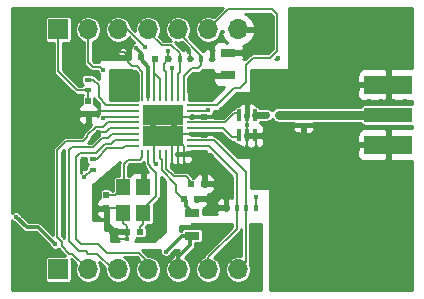
<source format=gbr>
G04 #@! TF.GenerationSoftware,KiCad,Pcbnew,(2017-11-30 revision 069448f20)-master*
G04 #@! TF.CreationDate,2017-12-01T23:13:36+02:00*
G04 #@! TF.ProjectId,at86rf212b_2l,617438367266323132625F326C2E6B69,rev?*
G04 #@! TF.SameCoordinates,Original*
G04 #@! TF.FileFunction,Copper,L1,Top,Signal*
G04 #@! TF.FilePolarity,Positive*
%FSLAX46Y46*%
G04 Gerber Fmt 4.6, Leading zero omitted, Abs format (unit mm)*
G04 Created by KiCad (PCBNEW (2017-11-30 revision 069448f20)-master) date Fri Dec  1 23:13:36 2017*
%MOMM*%
%LPD*%
G01*
G04 APERTURE LIST*
%ADD10R,0.700000X0.250000*%
%ADD11R,0.250000X0.700000*%
%ADD12R,1.725000X1.725000*%
%ADD13R,0.350000X1.000000*%
%ADD14R,0.600000X0.500000*%
%ADD15R,0.500000X0.600000*%
%ADD16R,4.064000X1.524000*%
%ADD17R,4.064000X1.270000*%
%ADD18R,1.700000X1.700000*%
%ADD19O,1.700000X1.700000*%
%ADD20R,1.300000X0.700000*%
%ADD21R,0.600000X0.400000*%
%ADD22R,0.400000X0.600000*%
%ADD23R,1.200000X1.400000*%
%ADD24C,0.400000*%
%ADD25C,0.614000*%
%ADD26C,0.200000*%
%ADD27C,0.152000*%
%ADD28C,0.300000*%
%ADD29C,0.800000*%
%ADD30C,0.254000*%
G04 APERTURE END LIST*
D10*
X186550000Y-83538000D03*
X186550000Y-83038000D03*
X186550000Y-82538000D03*
X186550000Y-82038000D03*
X186550000Y-81538000D03*
X186550000Y-81038000D03*
X186550000Y-80538000D03*
X186550000Y-80038000D03*
D11*
X185900000Y-79388000D03*
X185400000Y-79388000D03*
X184900000Y-79388000D03*
X184400000Y-79388000D03*
X183900000Y-79388000D03*
X183400000Y-79388000D03*
X182900000Y-79388000D03*
X182400000Y-79388000D03*
D10*
X181750000Y-80038000D03*
X181750000Y-80538000D03*
X181750000Y-81038000D03*
X181750000Y-81538000D03*
X181750000Y-82038000D03*
X181750000Y-82538000D03*
X181750000Y-83038000D03*
X181750000Y-83538000D03*
D11*
X182400000Y-84188000D03*
X182900000Y-84188000D03*
X183400000Y-84188000D03*
X183900000Y-84188000D03*
X184400000Y-84188000D03*
X184900000Y-84188000D03*
X185400000Y-84188000D03*
X185900000Y-84188000D03*
D12*
X183287500Y-80925500D03*
X183287500Y-82650500D03*
X185012500Y-80925500D03*
X185012500Y-82650500D03*
D13*
X191912000Y-80938000D03*
X191262000Y-80938000D03*
X190612000Y-80938000D03*
X190612000Y-82638000D03*
X191262000Y-82638000D03*
X191912000Y-82638000D03*
D14*
X183473000Y-76200000D03*
X184573000Y-76200000D03*
X182287000Y-76009500D03*
X181187000Y-76009500D03*
D15*
X177800000Y-79714000D03*
X177800000Y-80814000D03*
X179324000Y-88815000D03*
X179324000Y-87715000D03*
D14*
X187621000Y-86741000D03*
X186521000Y-86741000D03*
X186986000Y-88011000D03*
X185886000Y-88011000D03*
X181060000Y-90805000D03*
X182160000Y-90805000D03*
X193971000Y-80899000D03*
X192871000Y-80899000D03*
D16*
X203200000Y-83439000D03*
X203200000Y-78359000D03*
D17*
X203200000Y-80899000D03*
D18*
X175260000Y-93980000D03*
D19*
X177800000Y-93980000D03*
X180340000Y-93980000D03*
X182880000Y-93980000D03*
X185420000Y-93980000D03*
X187960000Y-93980000D03*
X190500000Y-93980000D03*
D18*
X175260000Y-73660000D03*
D19*
X177800000Y-73660000D03*
X180340000Y-73660000D03*
X182880000Y-73660000D03*
X185420000Y-73660000D03*
X187960000Y-73660000D03*
X190500000Y-73660000D03*
D20*
X189674500Y-77531000D03*
X189674500Y-75631000D03*
X186626500Y-89220000D03*
X186626500Y-91120000D03*
D21*
X177800000Y-78809000D03*
X177800000Y-77909000D03*
D22*
X186441500Y-76200000D03*
X185541500Y-76200000D03*
X188283000Y-76200000D03*
X187383000Y-76200000D03*
X189478500Y-88773000D03*
X190378500Y-88773000D03*
X192029500Y-88773000D03*
X191129500Y-88773000D03*
D21*
X196037200Y-81780800D03*
X196037200Y-80880800D03*
D23*
X182460000Y-89238000D03*
X182460000Y-87038000D03*
X180760000Y-87038000D03*
X180760000Y-89238000D03*
D21*
X178181000Y-84640000D03*
X178181000Y-85540000D03*
D24*
X181406800Y-85191600D03*
X183565800Y-85064600D03*
X182422800Y-85852000D03*
X187731400Y-82575400D03*
X188595000Y-82550000D03*
X187731400Y-81076800D03*
X180289200Y-85369400D03*
X181991000Y-91440000D03*
X182880000Y-91440000D03*
X183515000Y-90805000D03*
X183642000Y-89916000D03*
X183642000Y-89154000D03*
X181102000Y-91440000D03*
X180213000Y-91440000D03*
X179578000Y-86106000D03*
X179197000Y-86741000D03*
X178435000Y-86868000D03*
X178435000Y-87757000D03*
X178435000Y-88773000D03*
X178435000Y-89535000D03*
X179324000Y-89916000D03*
X179705000Y-90805000D03*
X184023000Y-87122000D03*
X184023000Y-87820500D03*
X183896000Y-88392000D03*
X184023000Y-86512400D03*
X182448200Y-85166200D03*
X189865000Y-86995000D03*
X189230000Y-86360000D03*
X188595000Y-85725000D03*
X187706000Y-85090000D03*
X186690000Y-85090000D03*
X187413900Y-78460600D03*
X183287500Y-80925500D03*
X180848000Y-78486000D03*
X204470000Y-87630000D03*
X204470000Y-88900000D03*
X204470000Y-90170000D03*
X204470000Y-91440000D03*
X204470000Y-92710000D03*
X204470000Y-93980000D03*
X204470000Y-95250000D03*
X203200000Y-95250000D03*
X201930000Y-95250000D03*
X200660000Y-95250000D03*
X199390000Y-95250000D03*
X198120000Y-95250000D03*
X196850000Y-95250000D03*
X195580000Y-95250000D03*
X194310000Y-95250000D03*
X194310000Y-93980000D03*
X195580000Y-93980000D03*
X196850000Y-93980000D03*
X198120000Y-93980000D03*
X199390000Y-93980000D03*
X200660000Y-93980000D03*
X201930000Y-93980000D03*
X203200000Y-93980000D03*
X203200000Y-92710000D03*
X201930000Y-92710000D03*
X200660000Y-92710000D03*
X199390000Y-92710000D03*
X198120000Y-92710000D03*
X196850000Y-92710000D03*
X195580000Y-92710000D03*
X194310000Y-92710000D03*
X194310000Y-91440000D03*
X195580000Y-91440000D03*
X196850000Y-91440000D03*
X198120000Y-91440000D03*
X199390000Y-91440000D03*
X200660000Y-91440000D03*
X201930000Y-91440000D03*
X203200000Y-91440000D03*
X203200000Y-90170000D03*
X201930000Y-90170000D03*
X200660000Y-90170000D03*
X199390000Y-90170000D03*
X198120000Y-90170000D03*
X196850000Y-90170000D03*
X195580000Y-90170000D03*
X194310000Y-90170000D03*
X194310000Y-88900000D03*
X195580000Y-88900000D03*
X196850000Y-88900000D03*
X198120000Y-88900000D03*
X199390000Y-88900000D03*
X200660000Y-88900000D03*
X201930000Y-88900000D03*
X203200000Y-88900000D03*
X203200000Y-87630000D03*
X201930000Y-87630000D03*
X200660000Y-87630000D03*
X199390000Y-87630000D03*
X198120000Y-87630000D03*
X196850000Y-87630000D03*
X195580000Y-87630000D03*
X194310000Y-87630000D03*
X192024000Y-87820500D03*
X194310000Y-78740000D03*
X194310000Y-77470000D03*
X193040000Y-77470000D03*
X191770000Y-77470000D03*
X191770000Y-78740000D03*
X193040000Y-78740000D03*
X193040000Y-80010000D03*
X194310000Y-80010000D03*
X195580000Y-80010000D03*
X196850000Y-80010000D03*
X198120000Y-80010000D03*
X199390000Y-80010000D03*
X200660000Y-80010000D03*
X204597000Y-79756000D03*
X203581000Y-79756000D03*
X202565000Y-79756000D03*
X201549000Y-79756000D03*
X196850000Y-81788000D03*
X198120000Y-81788000D03*
X199390000Y-81788000D03*
X200660000Y-81788000D03*
X204597000Y-82042000D03*
X203581000Y-82042000D03*
X202565000Y-82042000D03*
X201549000Y-82042000D03*
X200660000Y-82550000D03*
X199390000Y-82550000D03*
X198120000Y-82550000D03*
X196850000Y-82550000D03*
X195580000Y-82550000D03*
X194310000Y-82550000D03*
X188595000Y-88963500D03*
X189865000Y-87820500D03*
X188595000Y-87884000D03*
X193040000Y-83820000D03*
X198120000Y-85090000D03*
X200660000Y-83820000D03*
X199390000Y-83820000D03*
X198120000Y-83820000D03*
X196850000Y-83820000D03*
X195580000Y-83820000D03*
X194310000Y-83820000D03*
X194310000Y-85090000D03*
X195580000Y-85090000D03*
X196850000Y-85090000D03*
X192786000Y-83439000D03*
X192913000Y-82931000D03*
X192913000Y-82296000D03*
X195199000Y-81788000D03*
X194310000Y-81788000D03*
X193548000Y-81788000D03*
X193040000Y-85090000D03*
X199390000Y-85090000D03*
X200660000Y-85090000D03*
X201930000Y-85090000D03*
X203200000Y-85090000D03*
X204470000Y-85090000D03*
X204470000Y-86360000D03*
X203200000Y-86360000D03*
X201930000Y-86360000D03*
X200660000Y-86360000D03*
X199390000Y-86360000D03*
X198120000Y-86360000D03*
X196850000Y-86360000D03*
X195580000Y-86360000D03*
X194310000Y-86360000D03*
X193040000Y-86360000D03*
X191770000Y-86360000D03*
X191770000Y-85090000D03*
X200660000Y-78740000D03*
X199390000Y-78740000D03*
X198120000Y-78740000D03*
X196850000Y-78740000D03*
X195580000Y-78740000D03*
X203200000Y-76200000D03*
X204470000Y-76200000D03*
X204470000Y-74930000D03*
X203200000Y-74930000D03*
X201930000Y-74930000D03*
X200660000Y-74930000D03*
X199390000Y-74930000D03*
X198120000Y-74930000D03*
X196850000Y-74930000D03*
X195580000Y-73660000D03*
X196850000Y-73660000D03*
X198120000Y-73660000D03*
X199390000Y-73660000D03*
X200660000Y-73660000D03*
X201930000Y-73660000D03*
X203200000Y-73660000D03*
X204470000Y-73660000D03*
X204470000Y-72390000D03*
X203200000Y-72390000D03*
X201930000Y-76200000D03*
X200660000Y-76200000D03*
X199390000Y-76200000D03*
X198120000Y-76200000D03*
X196850000Y-76200000D03*
X195580000Y-77470000D03*
X196850000Y-77470000D03*
X198120000Y-77470000D03*
X199390000Y-77470000D03*
X200660000Y-77470000D03*
X189865000Y-80391000D03*
X190627000Y-80010000D03*
X188595000Y-81089500D03*
X189357000Y-80899000D03*
X192024000Y-83693000D03*
X191262000Y-83693000D03*
X192024000Y-79883000D03*
X190627000Y-83629500D03*
X189928500Y-83312000D03*
X189357000Y-82931000D03*
X191262000Y-79883000D03*
X191262000Y-81788000D03*
X183287500Y-82650500D03*
X185039000Y-82677000D03*
X185012500Y-80925500D03*
X201930000Y-72390000D03*
X200660000Y-72390000D03*
X199390000Y-72390000D03*
X198120000Y-72390000D03*
X196850000Y-72390000D03*
X195580000Y-72390000D03*
X181889400Y-75234800D03*
X175006000Y-91846400D03*
X184378600Y-92481400D03*
X171704000Y-89535000D03*
X179070000Y-77089000D03*
X179070000Y-81153000D03*
X177490120Y-86161880D03*
X182626000Y-75184000D03*
X184912000Y-76962000D03*
X175666400Y-87630000D03*
X175666400Y-89598500D03*
X175666400Y-85725000D03*
X193852800Y-76123800D03*
X187909200Y-80492600D03*
X174625000Y-85725000D03*
X174625000Y-87630000D03*
X174625000Y-89598500D03*
X174688500Y-90424000D03*
X173736000Y-91694000D03*
X173736000Y-92760800D03*
X175006000Y-92646500D03*
X177355500Y-84772500D03*
X177165000Y-82550000D03*
X175895000Y-82550000D03*
X174625000Y-82550000D03*
X178625500Y-82486500D03*
X186309000Y-75565000D03*
X185801000Y-75120500D03*
X187579000Y-75120500D03*
X192087500Y-93091000D03*
X192087500Y-93980000D03*
X192087500Y-94932500D03*
X188722000Y-95504000D03*
X189992000Y-95504000D03*
X191262000Y-95504000D03*
X187452000Y-95504000D03*
X186182000Y-95504000D03*
X184912000Y-95504000D03*
X183642000Y-95504000D03*
X173355000Y-95250000D03*
X172085000Y-95250000D03*
X172085000Y-93345000D03*
X172085000Y-91440000D03*
X174498000Y-95504000D03*
X176022000Y-95504000D03*
X177292000Y-95504000D03*
X178562000Y-95504000D03*
X179832000Y-95504000D03*
X181102000Y-95504000D03*
X182372000Y-95504000D03*
X173355000Y-74295000D03*
X173355000Y-76200000D03*
X173355000Y-78105000D03*
X173355000Y-80010000D03*
X173355000Y-73025000D03*
X174625000Y-83820000D03*
X184573000Y-75523000D03*
X174625000Y-81280000D03*
X173355000Y-81915000D03*
X173355000Y-83820000D03*
X173355000Y-85725000D03*
X173355000Y-87630000D03*
X173355000Y-89535000D03*
X176530000Y-75565000D03*
X179705000Y-75565000D03*
X175768000Y-80772000D03*
X176530000Y-76835000D03*
X175260000Y-79375000D03*
X186690000Y-72390000D03*
D25*
X191912000Y-80938000D02*
X192832000Y-80938000D01*
X192832000Y-80938000D02*
X192871000Y-80899000D01*
D26*
X181102000Y-91440000D02*
X181102000Y-90847000D01*
X181102000Y-90847000D02*
X181060000Y-90805000D01*
X182422800Y-85852000D02*
X182422800Y-87000800D01*
X182422800Y-87000800D02*
X182460000Y-87038000D01*
X182422800Y-85852000D02*
X182422800Y-85902800D01*
X183400000Y-84188000D02*
X183400000Y-84898800D01*
D27*
X183553100Y-85064600D02*
X183565800Y-85064600D01*
X183553100Y-85064600D02*
X183552400Y-85063900D01*
D26*
X183400000Y-84898800D02*
X183565800Y-85064600D01*
X186550000Y-82538000D02*
X187617800Y-82538000D01*
X187617800Y-82538000D02*
X187629800Y-82550000D01*
X187731400Y-82575400D02*
X187756800Y-82550000D01*
D28*
X187756800Y-82550000D02*
X188595000Y-82550000D01*
D26*
X186550000Y-82538000D02*
X185125000Y-82538000D01*
X185125000Y-82538000D02*
X185012500Y-82650500D01*
X186550000Y-81038000D02*
X187667200Y-81038000D01*
X187667200Y-81038000D02*
X187706000Y-81076800D01*
X187731400Y-81076800D02*
X187744100Y-81089500D01*
D28*
X187744100Y-81089500D02*
X188595000Y-81089500D01*
D26*
X186550000Y-81038000D02*
X185125000Y-81038000D01*
X185125000Y-81038000D02*
X185012500Y-80925500D01*
X182460000Y-87211800D02*
X182460000Y-87038000D01*
X180760000Y-89238000D02*
X180760000Y-88988000D01*
X184023000Y-86512400D02*
X184023000Y-87122000D01*
X179578000Y-86080600D02*
X180289200Y-85369400D01*
X183642000Y-89154000D02*
X183642000Y-88646000D01*
X181991000Y-91440000D02*
X182880000Y-91440000D01*
X183515000Y-90805000D02*
X183642000Y-90678000D01*
X183642000Y-90678000D02*
X183642000Y-89916000D01*
X180213000Y-91440000D02*
X181102000Y-91440000D01*
X179197000Y-86741000D02*
X179070000Y-86868000D01*
X179070000Y-86868000D02*
X178435000Y-86868000D01*
X178435000Y-87757000D02*
X178435000Y-88773000D01*
X178435000Y-89535000D02*
X178816000Y-89916000D01*
X178816000Y-89916000D02*
X179324000Y-89916000D01*
X184023000Y-87820500D02*
X184023000Y-87122000D01*
X183642000Y-88646000D02*
X183896000Y-88392000D01*
X179578000Y-86106000D02*
X179578000Y-86080600D01*
D27*
X184023000Y-86385400D02*
X184023000Y-86512400D01*
D26*
X181406800Y-85191600D02*
X181432200Y-85166200D01*
X181060000Y-90805000D02*
X181060000Y-90331200D01*
X180760000Y-90031200D02*
X180760000Y-89238000D01*
X181060000Y-90331200D02*
X180760000Y-90031200D01*
X187706000Y-85090000D02*
X187960000Y-85090000D01*
X185900000Y-84429600D02*
X185900000Y-85038000D01*
X185900000Y-85038000D02*
X186638000Y-85038000D01*
X189230000Y-86360000D02*
X189865000Y-86995000D01*
X186638000Y-85038000D02*
X186690000Y-85090000D01*
X187960000Y-85090000D02*
X188595000Y-85725000D01*
X188595000Y-81089500D02*
X188556900Y-81089500D01*
X188556900Y-81089500D02*
X188379100Y-80911700D01*
X204470000Y-86360000D02*
X204470000Y-87630000D01*
X204470000Y-88900000D02*
X204470000Y-90170000D01*
X204470000Y-91440000D02*
X204470000Y-92710000D01*
X204470000Y-93980000D02*
X204470000Y-95250000D01*
X203200000Y-95250000D02*
X201930000Y-95250000D01*
X200660000Y-95250000D02*
X199390000Y-95250000D01*
X198120000Y-95250000D02*
X196850000Y-95250000D01*
X195580000Y-95250000D02*
X194310000Y-95250000D01*
X194310000Y-93980000D02*
X195580000Y-93980000D01*
X196850000Y-93980000D02*
X198120000Y-93980000D01*
X199390000Y-93980000D02*
X200660000Y-93980000D01*
X201930000Y-93980000D02*
X203200000Y-93980000D01*
X203200000Y-92710000D02*
X201930000Y-92710000D01*
X200660000Y-92710000D02*
X199390000Y-92710000D01*
X198120000Y-92710000D02*
X196850000Y-92710000D01*
X195580000Y-92710000D02*
X194310000Y-92710000D01*
X194310000Y-91440000D02*
X195580000Y-91440000D01*
X196850000Y-91440000D02*
X198120000Y-91440000D01*
X199390000Y-91440000D02*
X200660000Y-91440000D01*
X201930000Y-91440000D02*
X203200000Y-91440000D01*
X203200000Y-90170000D02*
X201930000Y-90170000D01*
X200660000Y-90170000D02*
X199390000Y-90170000D01*
X198120000Y-90170000D02*
X196850000Y-90170000D01*
X195580000Y-90170000D02*
X194310000Y-90170000D01*
X194310000Y-88900000D02*
X195580000Y-88900000D01*
X196850000Y-88900000D02*
X198120000Y-88900000D01*
X199390000Y-88900000D02*
X200660000Y-88900000D01*
X201930000Y-88900000D02*
X203200000Y-88900000D01*
X203200000Y-87630000D02*
X201930000Y-87630000D01*
X200660000Y-87630000D02*
X199390000Y-87630000D01*
X198120000Y-87630000D02*
X196850000Y-87630000D01*
X195580000Y-87630000D02*
X194310000Y-87630000D01*
X192029500Y-87826000D02*
X192029500Y-88773000D01*
X192024000Y-87820500D02*
X192029500Y-87826000D01*
X183388000Y-84328000D02*
X183388000Y-82751000D01*
X183388000Y-82751000D02*
X183287500Y-82650500D01*
X185900000Y-84429600D02*
X185900000Y-83538000D01*
X185900000Y-83538000D02*
X185012500Y-82650500D01*
X185400000Y-84429600D02*
X185400000Y-83038000D01*
X185400000Y-83038000D02*
X185012500Y-82650500D01*
X184900000Y-84429600D02*
X184900000Y-82763000D01*
X184900000Y-82763000D02*
X185012500Y-82650500D01*
X183400000Y-82763000D02*
X183287500Y-82650500D01*
X185125000Y-81038000D02*
X185012500Y-80925500D01*
X185125000Y-82538000D02*
X185012500Y-82650500D01*
X194310000Y-77470000D02*
X193040000Y-77470000D01*
X191770000Y-77470000D02*
X191770000Y-78740000D01*
X193040000Y-78740000D02*
X193040000Y-80010000D01*
X194310000Y-80010000D02*
X195580000Y-80010000D01*
X196850000Y-80010000D02*
X198120000Y-80010000D01*
X199390000Y-80010000D02*
X200660000Y-80010000D01*
X195580000Y-78740000D02*
X194310000Y-78740000D01*
X203581000Y-79756000D02*
X204597000Y-79756000D01*
X201549000Y-79756000D02*
X202565000Y-79756000D01*
X200660000Y-81788000D02*
X201422000Y-81915000D01*
X196715800Y-81653800D02*
X196850000Y-81788000D01*
X198120000Y-81788000D02*
X199390000Y-81788000D01*
X196037200Y-81780800D02*
X196715800Y-81653800D01*
X202565000Y-82042000D02*
X203581000Y-82042000D01*
X201422000Y-81915000D02*
X201549000Y-82042000D01*
X194310000Y-83820000D02*
X194310000Y-82550000D01*
X198120000Y-82550000D02*
X199390000Y-82550000D01*
X195580000Y-82550000D02*
X196850000Y-82550000D01*
X189865000Y-87820500D02*
X189801500Y-87884000D01*
X189801500Y-87884000D02*
X188595000Y-87884000D01*
X198120000Y-85090000D02*
X196850000Y-85090000D01*
X199390000Y-83820000D02*
X200660000Y-83820000D01*
X196850000Y-83820000D02*
X198120000Y-83820000D01*
X194310000Y-83820000D02*
X195580000Y-83820000D01*
X195580000Y-85090000D02*
X194310000Y-85090000D01*
X192913000Y-82296000D02*
X193167000Y-82296000D01*
X192532000Y-83693000D02*
X192786000Y-83439000D01*
X192913000Y-82931000D02*
X192913000Y-82296000D01*
X192024000Y-83693000D02*
X192532000Y-83693000D01*
X194310000Y-81788000D02*
X195199000Y-81788000D01*
X193167000Y-82296000D02*
X193548000Y-81788000D01*
X200660000Y-85090000D02*
X199390000Y-85090000D01*
X203200000Y-85090000D02*
X201930000Y-85090000D01*
X204470000Y-86360000D02*
X204470000Y-85090000D01*
X201930000Y-86360000D02*
X203200000Y-86360000D01*
X199390000Y-86360000D02*
X200660000Y-86360000D01*
X196850000Y-86360000D02*
X198120000Y-86360000D01*
X194310000Y-86360000D02*
X195580000Y-86360000D01*
X193040000Y-85090000D02*
X193040000Y-86360000D01*
X192024000Y-83693000D02*
X192024000Y-84836000D01*
X192024000Y-84836000D02*
X191770000Y-85090000D01*
X189928500Y-83312000D02*
X189928500Y-83502500D01*
X189865000Y-83566000D02*
X189928500Y-83566000D01*
X189928500Y-83502500D02*
X189865000Y-83566000D01*
X189928500Y-83312000D02*
X189738000Y-83312000D01*
X189738000Y-83312000D02*
X189674500Y-83375500D01*
X189928500Y-83312000D02*
X189865000Y-83312000D01*
X189865000Y-83312000D02*
X189738000Y-83439000D01*
X189928500Y-83312000D02*
X189928500Y-83375500D01*
X189928500Y-83375500D02*
X189738000Y-83566000D01*
X201066400Y-78333600D02*
X203835000Y-78333600D01*
X200660000Y-78740000D02*
X201066400Y-78333600D01*
X198120000Y-78740000D02*
X199390000Y-78740000D01*
X195580000Y-78740000D02*
X196850000Y-78740000D01*
X204470000Y-76200000D02*
X203200000Y-76200000D01*
X203200000Y-74930000D02*
X204470000Y-74930000D01*
X200660000Y-74930000D02*
X201930000Y-74930000D01*
X198120000Y-74930000D02*
X199390000Y-74930000D01*
X195580000Y-73660000D02*
X196850000Y-74930000D01*
X198120000Y-73660000D02*
X196850000Y-73660000D01*
X200660000Y-73660000D02*
X199390000Y-73660000D01*
X203200000Y-73660000D02*
X201930000Y-73660000D01*
X204470000Y-72390000D02*
X204470000Y-73660000D01*
X201930000Y-76200000D02*
X200660000Y-76200000D01*
X199390000Y-76200000D02*
X198120000Y-76200000D01*
X196850000Y-76200000D02*
X195580000Y-77470000D01*
X196850000Y-77470000D02*
X198120000Y-77470000D01*
X199390000Y-77470000D02*
X200660000Y-77470000D01*
X190309500Y-83502500D02*
X190500000Y-83502500D01*
X190500000Y-83502500D02*
X190627000Y-83629500D01*
X190258700Y-83502500D02*
X190309500Y-83502500D01*
X190309500Y-83502500D02*
X190373000Y-83566000D01*
X190150750Y-83407250D02*
X190373000Y-83629500D01*
X190373000Y-83629500D02*
X190373000Y-83566000D01*
X190182500Y-83883500D02*
X190373000Y-83883500D01*
X190055500Y-83883500D02*
X190182500Y-83883500D01*
X189865000Y-83693000D02*
X190055500Y-83883500D01*
X189928500Y-83312000D02*
X190055500Y-83312000D01*
X190055500Y-83312000D02*
X190150750Y-83407250D01*
X190150750Y-83407250D02*
X190182500Y-83439000D01*
X190080900Y-83616800D02*
X190373000Y-83616800D01*
X190258700Y-83502500D02*
X190246000Y-83502500D01*
X190373000Y-83616800D02*
X190258700Y-83502500D01*
X190627000Y-83629500D02*
X190436500Y-83629500D01*
X190436500Y-83629500D02*
X190373000Y-83566000D01*
X190373000Y-83566000D02*
X190373000Y-83820000D01*
X189331600Y-83185000D02*
X189357000Y-83185000D01*
X189357000Y-83185000D02*
X189484000Y-83312000D01*
X189484000Y-83312000D02*
X189560200Y-83388200D01*
X189560200Y-83388200D02*
X189560200Y-83312000D01*
X189707520Y-83164680D02*
X189679385Y-83164680D01*
X189560200Y-83312000D02*
X189707520Y-83164680D01*
X189865000Y-83693000D02*
X190034333Y-83523667D01*
X190034333Y-83523667D02*
X189928500Y-83629500D01*
X189928500Y-83629500D02*
X189928500Y-83566000D01*
X189679385Y-83145923D02*
X189679385Y-83164680D01*
X189679385Y-83164680D02*
X189679385Y-83148365D01*
X189230000Y-83185000D02*
X189331600Y-83185000D01*
X189103000Y-83058000D02*
X189230000Y-83185000D01*
X189103000Y-82931000D02*
X189103000Y-83058000D01*
X189357000Y-83185000D02*
X189420500Y-83248500D01*
X189420500Y-83248500D02*
X189484000Y-83248500D01*
X189560200Y-83388200D02*
X189738000Y-83566000D01*
X189738000Y-83566000D02*
X189865000Y-83693000D01*
X190436500Y-79883000D02*
X190309500Y-80010000D01*
X190309500Y-80010000D02*
X190627000Y-80010000D01*
X190246000Y-80200500D02*
X190373000Y-80073500D01*
X189928500Y-80391000D02*
X190119000Y-80200500D01*
X189865000Y-80391000D02*
X189928500Y-80391000D01*
X190246000Y-80200500D02*
X190119000Y-80200500D01*
X190309500Y-80137000D02*
X190309500Y-80073500D01*
X190373000Y-80073500D02*
X190309500Y-80137000D01*
X188976000Y-81089500D02*
X189103000Y-81089500D01*
X189293500Y-80899000D02*
X189103000Y-81089500D01*
X189293500Y-80899000D02*
X189357000Y-80899000D01*
X188531500Y-81089500D02*
X188595000Y-81089500D01*
X188595000Y-81089500D02*
X188595000Y-81089500D01*
X188468000Y-80772000D02*
X188404500Y-80835500D01*
X188404500Y-80835500D02*
X188468000Y-80835500D01*
X188595000Y-81089500D02*
X188595000Y-80899000D01*
X188595000Y-81089500D02*
X188595000Y-81026000D01*
X188595000Y-81026000D02*
X188468000Y-80899000D01*
X188468000Y-80899000D02*
X188468000Y-80835500D01*
X188468000Y-80835500D02*
X188468000Y-80772000D01*
X188468000Y-80772000D02*
X188595000Y-80772000D01*
X188595000Y-80772000D02*
X188468000Y-80899000D01*
X188595000Y-81089500D02*
X188976000Y-81089500D01*
X188976000Y-81089500D02*
X188912500Y-81026000D01*
X188595000Y-81089500D02*
X188722000Y-81089500D01*
X188722000Y-81089500D02*
X188849000Y-80962500D01*
X190119000Y-80073500D02*
X190309500Y-80073500D01*
X190309500Y-80073500D02*
X190563500Y-80073500D01*
X190563500Y-80073500D02*
X190627000Y-80010000D01*
X189865000Y-80391000D02*
X189865000Y-80327500D01*
X189865000Y-80327500D02*
X190119000Y-80073500D01*
X190119000Y-80073500D02*
X190055500Y-80137000D01*
X190627000Y-80010000D02*
X190119000Y-80010000D01*
X189865000Y-80391000D02*
X189801500Y-80454500D01*
X189547500Y-80454500D02*
X189611000Y-80454500D01*
X189801500Y-80454500D02*
X189674500Y-80454500D01*
X189674500Y-80454500D02*
X189547500Y-80581500D01*
X189547500Y-80581500D02*
X189547500Y-80454500D01*
X189357000Y-80899000D02*
X189357000Y-80708500D01*
X189357000Y-80708500D02*
X189420500Y-80645000D01*
X189357000Y-80899000D02*
X189039500Y-80899000D01*
X188583000Y-81101500D02*
X188595000Y-81089500D01*
X191262000Y-79883000D02*
X190627000Y-80010000D01*
X189357000Y-80899000D02*
X189865000Y-80518000D01*
X189865000Y-80518000D02*
X189865000Y-80391000D01*
X192024000Y-82750000D02*
X192024000Y-83693000D01*
X192024000Y-82750000D02*
X191912000Y-82638000D01*
X191262000Y-79883000D02*
X192024000Y-79883000D01*
X191262000Y-80938000D02*
X191262000Y-79883000D01*
X191262000Y-82638000D02*
X191262000Y-83693000D01*
X190627000Y-83629500D02*
X191262000Y-83693000D01*
X191262000Y-81788000D02*
X191262000Y-80938000D01*
X191262000Y-81788000D02*
X191262000Y-82638000D01*
X189928500Y-83312000D02*
X189679385Y-83145923D01*
X189679385Y-83145923D02*
X189357000Y-82931000D01*
X189928500Y-83312000D02*
X189928500Y-83312000D01*
X189928500Y-83312000D02*
X190080900Y-83616800D01*
X190080900Y-83616800D02*
X190119000Y-83693000D01*
X190119000Y-83693000D02*
X190246000Y-83693000D01*
X190246000Y-83693000D02*
X190373000Y-83820000D01*
X189357000Y-82931000D02*
X189103000Y-82931000D01*
X189103000Y-82931000D02*
X188980228Y-82931000D01*
X188980228Y-82931000D02*
X188599228Y-82550000D01*
X188599228Y-82550000D02*
X188595000Y-82550000D01*
X188595000Y-82550000D02*
X188599228Y-82550000D01*
X188980228Y-82931000D02*
X189357000Y-82931000D01*
X188599228Y-82550000D02*
X188980228Y-82931000D01*
X188583000Y-82538000D02*
X188595000Y-82550000D01*
X191389000Y-82765000D02*
X191262000Y-82638000D01*
X180760000Y-89238000D02*
X180760000Y-88924500D01*
X179324000Y-88815000D02*
X180337000Y-88815000D01*
X180337000Y-88815000D02*
X180760000Y-89238000D01*
X181060000Y-89538000D02*
X180760000Y-89238000D01*
X183400000Y-82763000D02*
X183287500Y-82650500D01*
X184900000Y-85038000D02*
X184900000Y-84429600D01*
X184900000Y-82763000D02*
X185012500Y-82650500D01*
X185400000Y-85038000D02*
X185400000Y-84429600D01*
X185400000Y-83038000D02*
X185012500Y-82650500D01*
X185900000Y-83538000D02*
X185012500Y-82650500D01*
X185125000Y-82538000D02*
X185012500Y-82650500D01*
X185125000Y-81038000D02*
X185012500Y-80925500D01*
X185039000Y-82677000D02*
X185012500Y-82650500D01*
X195387000Y-75184000D02*
X195387000Y-72583000D01*
X201930000Y-72390000D02*
X203200000Y-72390000D01*
X199390000Y-72390000D02*
X200660000Y-72390000D01*
X196850000Y-72390000D02*
X198120000Y-72390000D01*
X195387000Y-72583000D02*
X195580000Y-72390000D01*
D27*
X186550000Y-81538000D02*
X187400000Y-81538000D01*
X190131228Y-80772000D02*
X190500000Y-80772000D01*
X189365228Y-81538000D02*
X190131228Y-80772000D01*
X187400000Y-81538000D02*
X189365228Y-81538000D01*
X190500000Y-80772000D02*
X190612000Y-80938000D01*
X186550000Y-82038000D02*
X187400000Y-82038000D01*
X189992000Y-82804000D02*
X190446000Y-82804000D01*
X189738000Y-82550000D02*
X189992000Y-82804000D01*
X189226000Y-82038000D02*
X189738000Y-82550000D01*
X187400000Y-82038000D02*
X189226000Y-82038000D01*
X190446000Y-82804000D02*
X190612000Y-82638000D01*
D26*
X183900000Y-79388000D02*
X183900000Y-78538000D01*
X183900000Y-77855000D02*
X183400000Y-77355000D01*
X183900000Y-78538000D02*
X183900000Y-77855000D01*
X183400000Y-78511400D02*
X183400000Y-79388000D01*
X183400000Y-78538000D02*
X183400000Y-78511400D01*
X183400000Y-78511400D02*
X183400000Y-77355000D01*
X183400000Y-77355000D02*
X183400000Y-76273000D01*
X183400000Y-76273000D02*
X183473000Y-76200000D01*
D28*
X182900000Y-78511400D02*
X182900000Y-79388000D01*
X182287000Y-75632400D02*
X181889400Y-75234800D01*
X184378600Y-92481400D02*
X185740000Y-91120000D01*
X186436000Y-91120000D02*
X185740000Y-91120000D01*
X182287000Y-75632400D02*
X182287000Y-76200000D01*
X173583600Y-90424000D02*
X175006000Y-91846400D01*
X172593000Y-90424000D02*
X173583600Y-90424000D01*
X171704000Y-89535000D02*
X172593000Y-90424000D01*
X182900000Y-78538000D02*
X182900000Y-78511400D01*
X182900000Y-78511400D02*
X182900000Y-76813000D01*
X182900000Y-76813000D02*
X182287000Y-76200000D01*
X185420000Y-93980000D02*
X185420000Y-92964000D01*
X186436000Y-91948000D02*
X186436000Y-91120000D01*
X185420000Y-92964000D02*
X186436000Y-91948000D01*
D26*
X177800000Y-78809000D02*
X176853000Y-78809000D01*
X175260000Y-77216000D02*
X175260000Y-73660000D01*
X176853000Y-78809000D02*
X175260000Y-77216000D01*
X177800000Y-79714000D02*
X177800000Y-78809000D01*
X179324000Y-87715000D02*
X180083000Y-87715000D01*
X180083000Y-87715000D02*
X180760000Y-87038000D01*
X182400000Y-84188000D02*
X182400000Y-84452400D01*
X182400000Y-84452400D02*
X182168800Y-84683600D01*
X182168800Y-84683600D02*
X181178200Y-84683600D01*
X181178200Y-84683600D02*
X180822600Y-85039200D01*
X180822600Y-85039200D02*
X180822600Y-86975400D01*
X180822600Y-86975400D02*
X180760000Y-87038000D01*
X186521000Y-86741000D02*
X186521000Y-86546600D01*
X186521000Y-86546600D02*
X186055000Y-86080600D01*
X186055000Y-86080600D02*
X185039000Y-86080600D01*
X185039000Y-86080600D02*
X184400000Y-85441600D01*
X184400000Y-85441600D02*
X184400000Y-84188000D01*
X182900000Y-84188000D02*
X182900000Y-85084600D01*
X183565800Y-87757000D02*
X182460000Y-88862800D01*
X183565800Y-85852000D02*
X183565800Y-87757000D01*
X183057800Y-85344000D02*
X183565800Y-85852000D01*
X183057800Y-85242400D02*
X183057800Y-85344000D01*
X182900000Y-85084600D02*
X183057800Y-85242400D01*
X182460000Y-88862800D02*
X182460000Y-89238000D01*
X182160000Y-90805000D02*
X182160000Y-90407400D01*
X182460000Y-90107400D02*
X182460000Y-89238000D01*
X182160000Y-90407400D02*
X182460000Y-90107400D01*
D27*
X193971000Y-80899000D02*
X196019000Y-80899000D01*
X196019000Y-80899000D02*
X196037200Y-80880800D01*
D29*
X193971000Y-80899000D02*
X203809600Y-80899000D01*
X203809600Y-80899000D02*
X203835000Y-80873600D01*
X203809600Y-80899000D02*
X203835000Y-80873600D01*
D26*
X181750000Y-81038000D02*
X180900000Y-81038000D01*
X179070000Y-77089000D02*
X178816000Y-76835000D01*
X178816000Y-76835000D02*
X178181000Y-76835000D01*
X178181000Y-76835000D02*
X177800000Y-76454000D01*
X177800000Y-76454000D02*
X177800000Y-73660000D01*
X180900000Y-81038000D02*
X179185000Y-81038000D01*
X179185000Y-81038000D02*
X179070000Y-81153000D01*
X180898800Y-81538000D02*
X181750000Y-81538000D01*
X175196500Y-89725500D02*
X175196500Y-91249500D01*
X179447000Y-81538000D02*
X179070000Y-81915000D01*
X179070000Y-81915000D02*
X178435000Y-81915000D01*
X178435000Y-81915000D02*
X177736500Y-82613500D01*
X177736500Y-82613500D02*
X177736500Y-82740500D01*
X177736500Y-82740500D02*
X177355500Y-83121500D01*
X177355500Y-83121500D02*
X175958500Y-83121500D01*
X175958500Y-83121500D02*
X175196500Y-83883500D01*
X175196500Y-83883500D02*
X175196500Y-89725500D01*
X180900000Y-81538000D02*
X180898800Y-81538000D01*
X180898800Y-81538000D02*
X179447000Y-81538000D01*
X176466500Y-92646500D02*
X177800000Y-93980000D01*
X176212500Y-92646500D02*
X176466500Y-92646500D01*
X175577500Y-92011500D02*
X176212500Y-92646500D01*
X175577500Y-91630500D02*
X175577500Y-92011500D01*
X175196500Y-91249500D02*
X175577500Y-91630500D01*
X180873400Y-82538000D02*
X181750000Y-82538000D01*
X176149000Y-85598000D02*
X176149000Y-91567000D01*
X179844000Y-82538000D02*
X179514500Y-82867500D01*
X179514500Y-82867500D02*
X179006500Y-82867500D01*
X179006500Y-82867500D02*
X178244500Y-83629500D01*
X178244500Y-83629500D02*
X176403000Y-83629500D01*
X176403000Y-83629500D02*
X176149000Y-83883500D01*
X176149000Y-83883500D02*
X176149000Y-85598000D01*
X180900000Y-82538000D02*
X180873400Y-82538000D01*
X180873400Y-82538000D02*
X179844000Y-82538000D01*
X178562000Y-92646500D02*
X179895500Y-93980000D01*
X177800000Y-92646500D02*
X178562000Y-92646500D01*
X177609500Y-92456000D02*
X177800000Y-92646500D01*
X177038000Y-92456000D02*
X177609500Y-92456000D01*
X176149000Y-91567000D02*
X177038000Y-92456000D01*
X179895500Y-93980000D02*
X180340000Y-93980000D01*
X180886100Y-83038000D02*
X181750000Y-83038000D01*
X176786114Y-91307612D02*
X176786114Y-91378614D01*
X176784000Y-85788500D02*
X176786114Y-85790614D01*
X180900000Y-83038000D02*
X180886100Y-83038000D01*
X180886100Y-83038000D02*
X180042500Y-83038000D01*
X177101500Y-84137500D02*
X176784000Y-84455000D01*
X178435000Y-84137500D02*
X177101500Y-84137500D01*
X179197000Y-83375500D02*
X178435000Y-84137500D01*
X179705000Y-83375500D02*
X179197000Y-83375500D01*
X180042500Y-83038000D02*
X179705000Y-83375500D01*
X176786114Y-91307612D02*
X176786114Y-85790614D01*
X176784000Y-84455000D02*
X176784000Y-85788500D01*
X179387500Y-92583000D02*
X182118000Y-92583000D01*
X178625500Y-91821000D02*
X179387500Y-92583000D01*
X177228500Y-91821000D02*
X178625500Y-91821000D01*
X176786114Y-91378614D02*
X177228500Y-91821000D01*
X182118000Y-92583000D02*
X182880000Y-93345000D01*
X179832000Y-92583000D02*
X182118000Y-92583000D01*
X182880000Y-93345000D02*
X182880000Y-93980000D01*
X177490120Y-86161880D02*
X178112000Y-85540000D01*
X178112000Y-85540000D02*
X178181000Y-85540000D01*
X185900000Y-78536800D02*
X185900000Y-79388000D01*
X187383000Y-76200000D02*
X187383000Y-75877000D01*
X187383000Y-75877000D02*
X185420000Y-73914000D01*
X185420000Y-73914000D02*
X185420000Y-73660000D01*
X185900000Y-78538000D02*
X185900000Y-78536800D01*
X185900000Y-78536800D02*
X185900000Y-77625000D01*
X187383000Y-76650000D02*
X187383000Y-76200000D01*
X187071000Y-76962000D02*
X187383000Y-76650000D01*
X186563000Y-76962000D02*
X187071000Y-76962000D01*
X185900000Y-77625000D02*
X186563000Y-76962000D01*
X185900000Y-78538000D02*
X185900000Y-78387000D01*
X185400000Y-78536800D02*
X185400000Y-79388000D01*
X185541500Y-76200000D02*
X185541500Y-75686500D01*
X185541500Y-75686500D02*
X184848500Y-74993500D01*
X185400000Y-78538000D02*
X185400000Y-78536800D01*
X185400000Y-78536800D02*
X185400000Y-77426500D01*
X185541500Y-77285000D02*
X185541500Y-76200000D01*
X185400000Y-77426500D02*
X185541500Y-77285000D01*
X184848500Y-74993500D02*
X184023000Y-74993500D01*
X184023000Y-74993500D02*
X182880000Y-73850500D01*
X182880000Y-73850500D02*
X182880000Y-73660000D01*
X184900000Y-78536800D02*
X184900000Y-79388000D01*
X184900000Y-78538000D02*
X184900000Y-78536800D01*
X184900000Y-78536800D02*
X184900000Y-77482000D01*
X182626000Y-75184000D02*
X181102000Y-73660000D01*
X184912000Y-77470000D02*
X184912000Y-76962000D01*
X184900000Y-77482000D02*
X184912000Y-77470000D01*
X181102000Y-73660000D02*
X180340000Y-73660000D01*
X187401200Y-83038000D02*
X186550000Y-83038000D01*
X191135000Y-85725000D02*
X188448000Y-83038000D01*
X191077000Y-85667000D02*
X191135000Y-85725000D01*
X191135000Y-85725000D02*
X191135000Y-88704000D01*
X191129500Y-88773000D02*
X191129500Y-93350500D01*
X191129500Y-93350500D02*
X190500000Y-93980000D01*
X188448000Y-83038000D02*
X187401200Y-83038000D01*
X187401200Y-83038000D02*
X187400000Y-83038000D01*
X187426600Y-83538000D02*
X186550000Y-83538000D01*
X190378500Y-88773000D02*
X190378500Y-90545500D01*
X187960000Y-92964000D02*
X187960000Y-93980000D01*
X190378500Y-90545500D02*
X187960000Y-92964000D01*
X187400000Y-83538000D02*
X187426600Y-83538000D01*
X187426600Y-83538000D02*
X187995500Y-83538000D01*
X187995500Y-83538000D02*
X190378500Y-85921000D01*
X190378500Y-85921000D02*
X190378500Y-88773000D01*
X188018000Y-93922000D02*
X187960000Y-93980000D01*
X188018000Y-93922000D02*
X187960000Y-93980000D01*
X181750000Y-80038000D02*
X180900000Y-80038000D01*
X179352000Y-80038000D02*
X178689000Y-79375000D01*
X178689000Y-79375000D02*
X178689000Y-78359000D01*
X178689000Y-78359000D02*
X178239000Y-77909000D01*
X178239000Y-77909000D02*
X177800000Y-77909000D01*
X180900000Y-80038000D02*
X179352000Y-80038000D01*
X175666400Y-89598500D02*
X175666400Y-87630000D01*
X186550000Y-80538000D02*
X187863800Y-80538000D01*
X187863800Y-80538000D02*
X187909200Y-80492600D01*
X180873400Y-82038000D02*
X181750000Y-82038000D01*
X180809900Y-80538000D02*
X181750000Y-80538000D01*
X184400000Y-79388000D02*
X184400000Y-78538000D01*
X184400000Y-77275500D02*
X184213500Y-77089000D01*
X184400000Y-78538000D02*
X184400000Y-77275500D01*
X184213500Y-77089000D02*
X184213500Y-76559500D01*
X184213500Y-76559500D02*
X184573000Y-76200000D01*
X182400000Y-78549500D02*
X182400000Y-79388000D01*
X174625000Y-87630000D02*
X174625000Y-85725000D01*
X173736000Y-92760800D02*
X174891700Y-92760800D01*
X173355000Y-89535000D02*
X174244000Y-90424000D01*
X173736000Y-92760800D02*
X173736000Y-91694000D01*
X174688500Y-90424000D02*
X174244000Y-90424000D01*
X174891700Y-92760800D02*
X175006000Y-92646500D01*
X180900000Y-82038000D02*
X180873400Y-82038000D01*
X180873400Y-82038000D02*
X179645500Y-82038000D01*
X173990000Y-81915000D02*
X173355000Y-81915000D01*
X175895000Y-82550000D02*
X177165000Y-82550000D01*
X173990000Y-81915000D02*
X174625000Y-82550000D01*
X178744998Y-82367002D02*
X178625500Y-82486500D01*
X179316498Y-82367002D02*
X178744998Y-82367002D01*
X179645500Y-82038000D02*
X179316498Y-82367002D01*
X186441500Y-76200000D02*
X186441500Y-75697500D01*
X186690000Y-74231500D02*
X186690000Y-72390000D01*
X186245500Y-75565000D02*
X186309000Y-75565000D01*
X185801000Y-75120500D02*
X186245500Y-75565000D01*
X186690000Y-74231500D02*
X187579000Y-75120500D01*
X186441500Y-75697500D02*
X186309000Y-75565000D01*
X188087000Y-76258000D02*
X188081500Y-76258000D01*
X192087500Y-93980000D02*
X192087500Y-94932500D01*
X191262000Y-95504000D02*
X189992000Y-95504000D01*
X188722000Y-95504000D02*
X187452000Y-95504000D01*
X186182000Y-95504000D02*
X184912000Y-95504000D01*
X172085000Y-95250000D02*
X173355000Y-95250000D01*
X172085000Y-91440000D02*
X172085000Y-93345000D01*
X176022000Y-95504000D02*
X174498000Y-95504000D01*
X178562000Y-95504000D02*
X177292000Y-95504000D01*
X181102000Y-95504000D02*
X179832000Y-95504000D01*
X183642000Y-95504000D02*
X182372000Y-95504000D01*
X173355000Y-73025000D02*
X173355000Y-74295000D01*
X173355000Y-78105000D02*
X173355000Y-76200000D01*
X173355000Y-80010000D02*
X173355000Y-81915000D01*
X173355000Y-83820000D02*
X174625000Y-83820000D01*
X184573000Y-76200000D02*
X184573000Y-75523000D01*
X184573000Y-75523000D02*
X184594500Y-75501500D01*
X181187000Y-76009500D02*
X181187000Y-75904000D01*
X181187000Y-75904000D02*
X180848000Y-75565000D01*
X180848000Y-75565000D02*
X179705000Y-75565000D01*
X182400000Y-78538000D02*
X182400000Y-78549500D01*
X182400000Y-78549500D02*
X182400000Y-77244000D01*
X182400000Y-77244000D02*
X181927500Y-76771500D01*
X181927500Y-76771500D02*
X181546500Y-76771500D01*
X181546500Y-76771500D02*
X181187000Y-76412000D01*
X181187000Y-76412000D02*
X181187000Y-76009500D01*
X173990000Y-81280000D02*
X174625000Y-81280000D01*
X173355000Y-81915000D02*
X173990000Y-81280000D01*
X173355000Y-85725000D02*
X173355000Y-83820000D01*
X173355000Y-89535000D02*
X173355000Y-89560400D01*
X173355000Y-89560400D02*
X173355000Y-87630000D01*
X179705000Y-75565000D02*
X179070000Y-74930000D01*
X175768000Y-80772000D02*
X175768000Y-79883000D01*
X175768000Y-79883000D02*
X175260000Y-79375000D01*
X176530000Y-76835000D02*
X176530000Y-75565000D01*
X179070000Y-74930000D02*
X179070000Y-73025000D01*
X179070000Y-73025000D02*
X179705000Y-72390000D01*
X179705000Y-72390000D02*
X186690000Y-72390000D01*
X180900000Y-80538000D02*
X180809900Y-80538000D01*
X180809900Y-80538000D02*
X178582000Y-80538000D01*
X178306000Y-80814000D02*
X177800000Y-80814000D01*
X178582000Y-80538000D02*
X178306000Y-80814000D01*
X185886000Y-88011000D02*
X185826400Y-88011000D01*
X185826400Y-88011000D02*
X185267600Y-87452200D01*
X185267600Y-87452200D02*
X185267600Y-86807006D01*
X185267600Y-86807006D02*
X184023000Y-85562406D01*
X184023000Y-85562406D02*
X184023000Y-84683600D01*
X184023000Y-84683600D02*
X183900000Y-84560600D01*
X183900000Y-84560600D02*
X183900000Y-84188000D01*
D28*
X185801000Y-87926000D02*
X186055000Y-88180000D01*
X186055000Y-88180000D02*
X186055000Y-88648500D01*
X186055000Y-88648500D02*
X186626500Y-89220000D01*
D26*
X186550000Y-80038000D02*
X188694000Y-80038000D01*
X189674500Y-71945500D02*
X187960000Y-73660000D01*
X193357500Y-71945500D02*
X189674500Y-71945500D01*
X193802000Y-72390000D02*
X193357500Y-71945500D01*
X193802000Y-75501500D02*
X193802000Y-72390000D01*
X193230500Y-76073000D02*
X193802000Y-75501500D01*
X191770000Y-76073000D02*
X193230500Y-76073000D01*
X191198500Y-76644500D02*
X191770000Y-76073000D01*
X191198500Y-78105000D02*
X191198500Y-76644500D01*
X190690500Y-78613000D02*
X191198500Y-78105000D01*
X190119000Y-78613000D02*
X190690500Y-78613000D01*
X188694000Y-80038000D02*
X190119000Y-78613000D01*
X178181000Y-84640000D02*
X178529400Y-84640000D01*
X180952200Y-83538000D02*
X181750000Y-83538000D01*
X180746400Y-83743800D02*
X180952200Y-83538000D01*
X179425600Y-83743800D02*
X180746400Y-83743800D01*
X178529400Y-84640000D02*
X179425600Y-83743800D01*
D30*
G36*
X171432314Y-89940840D02*
X171553436Y-89991134D01*
X172289651Y-90727349D01*
X172428829Y-90820344D01*
X172593000Y-90853000D01*
X173405902Y-90853000D01*
X174549980Y-91997078D01*
X174599687Y-92117377D01*
X174734314Y-92252240D01*
X174910303Y-92325317D01*
X175100861Y-92325483D01*
X175276977Y-92252713D01*
X175285757Y-92243949D01*
X175309507Y-92279493D01*
X175875548Y-92845535D01*
X174410000Y-92845535D01*
X174301140Y-92867189D01*
X174208853Y-92928853D01*
X174147189Y-93021140D01*
X174125535Y-93130000D01*
X174125535Y-94830000D01*
X174147189Y-94938860D01*
X174208853Y-95031147D01*
X174301140Y-95092811D01*
X174410000Y-95114465D01*
X176110000Y-95114465D01*
X176218860Y-95092811D01*
X176311147Y-95031147D01*
X176372811Y-94938860D01*
X176394465Y-94830000D01*
X176394465Y-93130000D01*
X176389611Y-93105597D01*
X176778131Y-93494117D01*
X176756940Y-93525832D01*
X176671000Y-93957882D01*
X176671000Y-94002118D01*
X176756940Y-94434168D01*
X177001676Y-94800442D01*
X177367950Y-95045178D01*
X177800000Y-95131118D01*
X178232050Y-95045178D01*
X178598324Y-94800442D01*
X178843060Y-94434168D01*
X178929000Y-94002118D01*
X178929000Y-93957882D01*
X178843060Y-93525832D01*
X178717638Y-93338124D01*
X179231970Y-93852457D01*
X179211000Y-93957882D01*
X179211000Y-94002118D01*
X179296940Y-94434168D01*
X179541676Y-94800442D01*
X179907950Y-95045178D01*
X180340000Y-95131118D01*
X180772050Y-95045178D01*
X181138324Y-94800442D01*
X181383060Y-94434168D01*
X181469000Y-94002118D01*
X181469000Y-93957882D01*
X181383060Y-93525832D01*
X181138324Y-93159558D01*
X180842657Y-92962000D01*
X181961014Y-92962000D01*
X182127772Y-93128758D01*
X182081676Y-93159558D01*
X181836940Y-93525832D01*
X181751000Y-93957882D01*
X181751000Y-94002118D01*
X181836940Y-94434168D01*
X182081676Y-94800442D01*
X182447950Y-95045178D01*
X182880000Y-95131118D01*
X183312050Y-95045178D01*
X183678324Y-94800442D01*
X183923060Y-94434168D01*
X184009000Y-94002118D01*
X184009000Y-93957882D01*
X183923060Y-93525832D01*
X183678324Y-93159558D01*
X183312050Y-92914822D01*
X182904802Y-92833815D01*
X182399986Y-92329000D01*
X183923228Y-92329000D01*
X183899683Y-92385703D01*
X183899517Y-92576261D01*
X183972287Y-92752377D01*
X184106914Y-92887240D01*
X184282903Y-92960317D01*
X184473461Y-92960483D01*
X184649577Y-92887713D01*
X184784440Y-92753086D01*
X184834734Y-92631964D01*
X185137698Y-92329000D01*
X185420000Y-92329000D01*
X185455329Y-92321973D01*
X185116651Y-92660651D01*
X185023656Y-92799829D01*
X185001311Y-92912164D01*
X184987950Y-92914822D01*
X184621676Y-93159558D01*
X184376940Y-93525832D01*
X184291000Y-93957882D01*
X184291000Y-94002118D01*
X184376940Y-94434168D01*
X184621676Y-94800442D01*
X184987950Y-95045178D01*
X185420000Y-95131118D01*
X185852050Y-95045178D01*
X186218324Y-94800442D01*
X186463060Y-94434168D01*
X186549000Y-94002118D01*
X186549000Y-93957882D01*
X186463060Y-93525832D01*
X186218324Y-93159558D01*
X185986224Y-93004474D01*
X186739349Y-92251349D01*
X186832344Y-92112171D01*
X186865000Y-91948000D01*
X186865000Y-91754465D01*
X187276500Y-91754465D01*
X187385360Y-91732811D01*
X187477647Y-91671147D01*
X187539311Y-91578860D01*
X187560965Y-91470000D01*
X187560965Y-90770000D01*
X187539311Y-90661140D01*
X187477647Y-90568853D01*
X187385360Y-90507189D01*
X187276500Y-90485535D01*
X185976500Y-90485535D01*
X185867640Y-90507189D01*
X185775353Y-90568853D01*
X185713689Y-90661140D01*
X185706421Y-90697679D01*
X185575829Y-90723656D01*
X185547000Y-90742919D01*
X185547000Y-90297000D01*
X186436000Y-90297000D01*
X186484601Y-90287333D01*
X186525803Y-90259803D01*
X186553333Y-90218601D01*
X186563000Y-90170000D01*
X189999500Y-90170000D01*
X189999500Y-90388513D01*
X187692007Y-92696007D01*
X187609850Y-92818963D01*
X187593371Y-92901809D01*
X187527950Y-92914822D01*
X187161676Y-93159558D01*
X186916940Y-93525832D01*
X186831000Y-93957882D01*
X186831000Y-94002118D01*
X186916940Y-94434168D01*
X187161676Y-94800442D01*
X187527950Y-95045178D01*
X187960000Y-95131118D01*
X188392050Y-95045178D01*
X188758324Y-94800442D01*
X189003060Y-94434168D01*
X189089000Y-94002118D01*
X189089000Y-93957882D01*
X189003060Y-93525832D01*
X188758324Y-93159558D01*
X188483835Y-92976151D01*
X190646494Y-90813493D01*
X190715552Y-90710139D01*
X190728650Y-90690537D01*
X190750500Y-90580691D01*
X190750500Y-92878709D01*
X190500000Y-92828882D01*
X190067950Y-92914822D01*
X189701676Y-93159558D01*
X189456940Y-93525832D01*
X189371000Y-93957882D01*
X189371000Y-94002118D01*
X189456940Y-94434168D01*
X189701676Y-94800442D01*
X190067950Y-95045178D01*
X190500000Y-95131118D01*
X190932050Y-95045178D01*
X191298324Y-94800442D01*
X191543060Y-94434168D01*
X191629000Y-94002118D01*
X191629000Y-93957882D01*
X191543060Y-93525832D01*
X191489553Y-93445753D01*
X191508500Y-93350500D01*
X191508500Y-90170000D01*
X192405000Y-90170000D01*
X192405000Y-95758000D01*
X171323000Y-95758000D01*
X171323000Y-89831334D01*
X171432314Y-89940840D01*
X171432314Y-89940840D01*
G37*
X171432314Y-89940840D02*
X171553436Y-89991134D01*
X172289651Y-90727349D01*
X172428829Y-90820344D01*
X172593000Y-90853000D01*
X173405902Y-90853000D01*
X174549980Y-91997078D01*
X174599687Y-92117377D01*
X174734314Y-92252240D01*
X174910303Y-92325317D01*
X175100861Y-92325483D01*
X175276977Y-92252713D01*
X175285757Y-92243949D01*
X175309507Y-92279493D01*
X175875548Y-92845535D01*
X174410000Y-92845535D01*
X174301140Y-92867189D01*
X174208853Y-92928853D01*
X174147189Y-93021140D01*
X174125535Y-93130000D01*
X174125535Y-94830000D01*
X174147189Y-94938860D01*
X174208853Y-95031147D01*
X174301140Y-95092811D01*
X174410000Y-95114465D01*
X176110000Y-95114465D01*
X176218860Y-95092811D01*
X176311147Y-95031147D01*
X176372811Y-94938860D01*
X176394465Y-94830000D01*
X176394465Y-93130000D01*
X176389611Y-93105597D01*
X176778131Y-93494117D01*
X176756940Y-93525832D01*
X176671000Y-93957882D01*
X176671000Y-94002118D01*
X176756940Y-94434168D01*
X177001676Y-94800442D01*
X177367950Y-95045178D01*
X177800000Y-95131118D01*
X178232050Y-95045178D01*
X178598324Y-94800442D01*
X178843060Y-94434168D01*
X178929000Y-94002118D01*
X178929000Y-93957882D01*
X178843060Y-93525832D01*
X178717638Y-93338124D01*
X179231970Y-93852457D01*
X179211000Y-93957882D01*
X179211000Y-94002118D01*
X179296940Y-94434168D01*
X179541676Y-94800442D01*
X179907950Y-95045178D01*
X180340000Y-95131118D01*
X180772050Y-95045178D01*
X181138324Y-94800442D01*
X181383060Y-94434168D01*
X181469000Y-94002118D01*
X181469000Y-93957882D01*
X181383060Y-93525832D01*
X181138324Y-93159558D01*
X180842657Y-92962000D01*
X181961014Y-92962000D01*
X182127772Y-93128758D01*
X182081676Y-93159558D01*
X181836940Y-93525832D01*
X181751000Y-93957882D01*
X181751000Y-94002118D01*
X181836940Y-94434168D01*
X182081676Y-94800442D01*
X182447950Y-95045178D01*
X182880000Y-95131118D01*
X183312050Y-95045178D01*
X183678324Y-94800442D01*
X183923060Y-94434168D01*
X184009000Y-94002118D01*
X184009000Y-93957882D01*
X183923060Y-93525832D01*
X183678324Y-93159558D01*
X183312050Y-92914822D01*
X182904802Y-92833815D01*
X182399986Y-92329000D01*
X183923228Y-92329000D01*
X183899683Y-92385703D01*
X183899517Y-92576261D01*
X183972287Y-92752377D01*
X184106914Y-92887240D01*
X184282903Y-92960317D01*
X184473461Y-92960483D01*
X184649577Y-92887713D01*
X184784440Y-92753086D01*
X184834734Y-92631964D01*
X185137698Y-92329000D01*
X185420000Y-92329000D01*
X185455329Y-92321973D01*
X185116651Y-92660651D01*
X185023656Y-92799829D01*
X185001311Y-92912164D01*
X184987950Y-92914822D01*
X184621676Y-93159558D01*
X184376940Y-93525832D01*
X184291000Y-93957882D01*
X184291000Y-94002118D01*
X184376940Y-94434168D01*
X184621676Y-94800442D01*
X184987950Y-95045178D01*
X185420000Y-95131118D01*
X185852050Y-95045178D01*
X186218324Y-94800442D01*
X186463060Y-94434168D01*
X186549000Y-94002118D01*
X186549000Y-93957882D01*
X186463060Y-93525832D01*
X186218324Y-93159558D01*
X185986224Y-93004474D01*
X186739349Y-92251349D01*
X186832344Y-92112171D01*
X186865000Y-91948000D01*
X186865000Y-91754465D01*
X187276500Y-91754465D01*
X187385360Y-91732811D01*
X187477647Y-91671147D01*
X187539311Y-91578860D01*
X187560965Y-91470000D01*
X187560965Y-90770000D01*
X187539311Y-90661140D01*
X187477647Y-90568853D01*
X187385360Y-90507189D01*
X187276500Y-90485535D01*
X185976500Y-90485535D01*
X185867640Y-90507189D01*
X185775353Y-90568853D01*
X185713689Y-90661140D01*
X185706421Y-90697679D01*
X185575829Y-90723656D01*
X185547000Y-90742919D01*
X185547000Y-90297000D01*
X186436000Y-90297000D01*
X186484601Y-90287333D01*
X186525803Y-90259803D01*
X186553333Y-90218601D01*
X186563000Y-90170000D01*
X189999500Y-90170000D01*
X189999500Y-90388513D01*
X187692007Y-92696007D01*
X187609850Y-92818963D01*
X187593371Y-92901809D01*
X187527950Y-92914822D01*
X187161676Y-93159558D01*
X186916940Y-93525832D01*
X186831000Y-93957882D01*
X186831000Y-94002118D01*
X186916940Y-94434168D01*
X187161676Y-94800442D01*
X187527950Y-95045178D01*
X187960000Y-95131118D01*
X188392050Y-95045178D01*
X188758324Y-94800442D01*
X189003060Y-94434168D01*
X189089000Y-94002118D01*
X189089000Y-93957882D01*
X189003060Y-93525832D01*
X188758324Y-93159558D01*
X188483835Y-92976151D01*
X190646494Y-90813493D01*
X190715552Y-90710139D01*
X190728650Y-90690537D01*
X190750500Y-90580691D01*
X190750500Y-92878709D01*
X190500000Y-92828882D01*
X190067950Y-92914822D01*
X189701676Y-93159558D01*
X189456940Y-93525832D01*
X189371000Y-93957882D01*
X189371000Y-94002118D01*
X189456940Y-94434168D01*
X189701676Y-94800442D01*
X190067950Y-95045178D01*
X190500000Y-95131118D01*
X190932050Y-95045178D01*
X191298324Y-94800442D01*
X191543060Y-94434168D01*
X191629000Y-94002118D01*
X191629000Y-93957882D01*
X191543060Y-93525832D01*
X191489553Y-93445753D01*
X191508500Y-93350500D01*
X191508500Y-90170000D01*
X192405000Y-90170000D01*
X192405000Y-95758000D01*
X171323000Y-95758000D01*
X171323000Y-89831334D01*
X171432314Y-89940840D01*
G36*
X175770000Y-83883500D02*
X175770000Y-91287013D01*
X175575500Y-91092514D01*
X175575500Y-84040486D01*
X175779315Y-83836672D01*
X175770000Y-83883500D01*
X175770000Y-83883500D01*
G37*
X175770000Y-83883500D02*
X175770000Y-91287013D01*
X175575500Y-91092514D01*
X175575500Y-84040486D01*
X175779315Y-83836672D01*
X175770000Y-83883500D01*
G36*
X188450282Y-72633731D02*
X188392050Y-72594822D01*
X187960000Y-72508882D01*
X187527950Y-72594822D01*
X187161676Y-72839558D01*
X186916940Y-73205832D01*
X186831000Y-73637882D01*
X186831000Y-73682118D01*
X186916940Y-74114168D01*
X187161676Y-74480442D01*
X187527950Y-74725178D01*
X187960000Y-74811118D01*
X188392050Y-74725178D01*
X188758324Y-74480442D01*
X189003060Y-74114168D01*
X189068137Y-73787002D01*
X189179180Y-73787002D01*
X189058514Y-74016892D01*
X189304817Y-74541358D01*
X189547498Y-74762521D01*
X189547498Y-74804748D01*
X189388750Y-74646000D01*
X188898190Y-74646000D01*
X188664801Y-74742673D01*
X188486173Y-74921302D01*
X188389500Y-75154691D01*
X188389500Y-75345250D01*
X188425500Y-75381250D01*
X188383000Y-75423750D01*
X188383000Y-76073000D01*
X188389500Y-76073000D01*
X188389500Y-76107309D01*
X188427894Y-76200000D01*
X188136000Y-76200000D01*
X188136000Y-76073000D01*
X188183000Y-76073000D01*
X188183000Y-75423750D01*
X188024250Y-75265000D01*
X187956691Y-75265000D01*
X187723302Y-75361673D01*
X187563481Y-75521494D01*
X186340131Y-74298145D01*
X186463060Y-74114168D01*
X186549000Y-73682118D01*
X186549000Y-73637882D01*
X186463060Y-73205832D01*
X186218324Y-72839558D01*
X185852050Y-72594822D01*
X185420000Y-72508882D01*
X184987950Y-72594822D01*
X184621676Y-72839558D01*
X184376940Y-73205832D01*
X184291000Y-73637882D01*
X184291000Y-73682118D01*
X184376940Y-74114168D01*
X184621676Y-74480442D01*
X184822308Y-74614500D01*
X184179987Y-74614500D01*
X183825566Y-74260079D01*
X183923060Y-74114168D01*
X184009000Y-73682118D01*
X184009000Y-73637882D01*
X183923060Y-73205832D01*
X183678324Y-72839558D01*
X183312050Y-72594822D01*
X182880000Y-72508882D01*
X182447950Y-72594822D01*
X182081676Y-72839558D01*
X181836940Y-73205832D01*
X181751000Y-73637882D01*
X181751000Y-73682118D01*
X181773570Y-73795583D01*
X181432532Y-73454546D01*
X181383060Y-73205832D01*
X181138324Y-72839558D01*
X180772050Y-72594822D01*
X180340000Y-72508882D01*
X179907950Y-72594822D01*
X179541676Y-72839558D01*
X179296940Y-73205832D01*
X179211000Y-73637882D01*
X179211000Y-73682118D01*
X179296940Y-74114168D01*
X179541676Y-74480442D01*
X179907950Y-74725178D01*
X180340000Y-74811118D01*
X180772050Y-74725178D01*
X181138324Y-74480442D01*
X181237712Y-74331698D01*
X181700561Y-74794548D01*
X181618423Y-74828487D01*
X181483560Y-74963114D01*
X181410483Y-75139103D01*
X181410441Y-75186809D01*
X181314000Y-75283250D01*
X181314000Y-75884500D01*
X181334000Y-75884500D01*
X181334000Y-76134500D01*
X181314000Y-76134500D01*
X181314000Y-76156500D01*
X181060000Y-76156500D01*
X181060000Y-76134500D01*
X180410750Y-76134500D01*
X180345250Y-76200000D01*
X178816000Y-76200000D01*
X178767399Y-76209667D01*
X178726197Y-76237197D01*
X178698667Y-76278399D01*
X178689000Y-76327000D01*
X178689000Y-76456000D01*
X178337987Y-76456000D01*
X178179000Y-76297014D01*
X178179000Y-75633190D01*
X180252000Y-75633190D01*
X180252000Y-75725750D01*
X180410750Y-75884500D01*
X181060000Y-75884500D01*
X181060000Y-75283250D01*
X180901250Y-75124500D01*
X180760691Y-75124500D01*
X180527302Y-75221173D01*
X180348673Y-75399801D01*
X180252000Y-75633190D01*
X178179000Y-75633190D01*
X178179000Y-74735730D01*
X178232050Y-74725178D01*
X178598324Y-74480442D01*
X178843060Y-74114168D01*
X178929000Y-73682118D01*
X178929000Y-73637882D01*
X178843060Y-73205832D01*
X178598324Y-72839558D01*
X178232050Y-72594822D01*
X177800000Y-72508882D01*
X177367950Y-72594822D01*
X177001676Y-72839558D01*
X176756940Y-73205832D01*
X176671000Y-73637882D01*
X176671000Y-73682118D01*
X176756940Y-74114168D01*
X177001676Y-74480442D01*
X177367950Y-74725178D01*
X177421000Y-74735730D01*
X177421000Y-76454000D01*
X177440126Y-76550150D01*
X177449850Y-76599037D01*
X177532007Y-76721993D01*
X177913006Y-77102993D01*
X177968336Y-77139963D01*
X178035963Y-77185150D01*
X178181000Y-77214000D01*
X178603370Y-77214000D01*
X178663687Y-77359977D01*
X178689000Y-77385334D01*
X178689000Y-77823014D01*
X178506993Y-77641007D01*
X178384037Y-77558850D01*
X178327739Y-77547652D01*
X178301147Y-77507853D01*
X178208860Y-77446189D01*
X178100000Y-77424535D01*
X177500000Y-77424535D01*
X177391140Y-77446189D01*
X177298853Y-77507853D01*
X177237189Y-77600140D01*
X177215535Y-77709000D01*
X177215535Y-78109000D01*
X177237189Y-78217860D01*
X177298853Y-78310147D01*
X177371967Y-78359000D01*
X177298853Y-78407853D01*
X177284055Y-78430000D01*
X177009987Y-78430000D01*
X175639000Y-77059014D01*
X175639000Y-74794465D01*
X176110000Y-74794465D01*
X176218860Y-74772811D01*
X176311147Y-74711147D01*
X176372811Y-74618860D01*
X176394465Y-74510000D01*
X176394465Y-72810000D01*
X176372811Y-72701140D01*
X176311147Y-72608853D01*
X176218860Y-72547189D01*
X176110000Y-72525535D01*
X174410000Y-72525535D01*
X174301140Y-72547189D01*
X174208853Y-72608853D01*
X174147189Y-72701140D01*
X174125535Y-72810000D01*
X174125535Y-74510000D01*
X174147189Y-74618860D01*
X174208853Y-74711147D01*
X174301140Y-74772811D01*
X174410000Y-74794465D01*
X174881000Y-74794465D01*
X174881000Y-77216000D01*
X174905061Y-77336963D01*
X174909850Y-77361037D01*
X174992007Y-77483993D01*
X176585006Y-79076993D01*
X176707963Y-79159150D01*
X176853000Y-79188000D01*
X177284055Y-79188000D01*
X177298853Y-79210147D01*
X177334670Y-79234079D01*
X177287189Y-79305140D01*
X177265535Y-79414000D01*
X177265535Y-79944510D01*
X177190301Y-79975673D01*
X177011673Y-80154302D01*
X176915000Y-80387691D01*
X176915000Y-80528250D01*
X177073750Y-80687000D01*
X177675000Y-80687000D01*
X177675000Y-80667000D01*
X177925000Y-80667000D01*
X177925000Y-80687000D01*
X178526250Y-80687000D01*
X178685000Y-80528250D01*
X178685000Y-80387691D01*
X178588327Y-80154302D01*
X178409699Y-79975673D01*
X178334465Y-79944510D01*
X178334465Y-79497992D01*
X178338850Y-79520037D01*
X178421007Y-79642993D01*
X178689000Y-79910986D01*
X178689000Y-80856517D01*
X178664160Y-80881314D01*
X178606185Y-81020935D01*
X178526250Y-80941000D01*
X177925000Y-80941000D01*
X177925000Y-81590250D01*
X178074382Y-81739632D01*
X177468507Y-82345507D01*
X177386350Y-82468463D01*
X177364946Y-82576067D01*
X177198514Y-82742500D01*
X175958500Y-82742500D01*
X175813463Y-82771350D01*
X175690507Y-82853506D01*
X174928507Y-83615507D01*
X174846350Y-83738463D01*
X174817500Y-83883500D01*
X174817500Y-91051202D01*
X173886949Y-90120651D01*
X173747771Y-90027656D01*
X173583600Y-89995000D01*
X172770698Y-89995000D01*
X172160020Y-89384322D01*
X172110313Y-89264023D01*
X171975686Y-89129160D01*
X171799697Y-89056083D01*
X171609139Y-89055917D01*
X171433023Y-89128687D01*
X171323000Y-89238517D01*
X171323000Y-81099750D01*
X176915000Y-81099750D01*
X176915000Y-81240309D01*
X177011673Y-81473698D01*
X177190301Y-81652327D01*
X177423690Y-81749000D01*
X177516250Y-81749000D01*
X177675000Y-81590250D01*
X177675000Y-80941000D01*
X177073750Y-80941000D01*
X176915000Y-81099750D01*
X171323000Y-81099750D01*
X171323000Y-71882000D01*
X189202013Y-71882000D01*
X188450282Y-72633731D01*
X188450282Y-72633731D01*
G37*
X188450282Y-72633731D02*
X188392050Y-72594822D01*
X187960000Y-72508882D01*
X187527950Y-72594822D01*
X187161676Y-72839558D01*
X186916940Y-73205832D01*
X186831000Y-73637882D01*
X186831000Y-73682118D01*
X186916940Y-74114168D01*
X187161676Y-74480442D01*
X187527950Y-74725178D01*
X187960000Y-74811118D01*
X188392050Y-74725178D01*
X188758324Y-74480442D01*
X189003060Y-74114168D01*
X189068137Y-73787002D01*
X189179180Y-73787002D01*
X189058514Y-74016892D01*
X189304817Y-74541358D01*
X189547498Y-74762521D01*
X189547498Y-74804748D01*
X189388750Y-74646000D01*
X188898190Y-74646000D01*
X188664801Y-74742673D01*
X188486173Y-74921302D01*
X188389500Y-75154691D01*
X188389500Y-75345250D01*
X188425500Y-75381250D01*
X188383000Y-75423750D01*
X188383000Y-76073000D01*
X188389500Y-76073000D01*
X188389500Y-76107309D01*
X188427894Y-76200000D01*
X188136000Y-76200000D01*
X188136000Y-76073000D01*
X188183000Y-76073000D01*
X188183000Y-75423750D01*
X188024250Y-75265000D01*
X187956691Y-75265000D01*
X187723302Y-75361673D01*
X187563481Y-75521494D01*
X186340131Y-74298145D01*
X186463060Y-74114168D01*
X186549000Y-73682118D01*
X186549000Y-73637882D01*
X186463060Y-73205832D01*
X186218324Y-72839558D01*
X185852050Y-72594822D01*
X185420000Y-72508882D01*
X184987950Y-72594822D01*
X184621676Y-72839558D01*
X184376940Y-73205832D01*
X184291000Y-73637882D01*
X184291000Y-73682118D01*
X184376940Y-74114168D01*
X184621676Y-74480442D01*
X184822308Y-74614500D01*
X184179987Y-74614500D01*
X183825566Y-74260079D01*
X183923060Y-74114168D01*
X184009000Y-73682118D01*
X184009000Y-73637882D01*
X183923060Y-73205832D01*
X183678324Y-72839558D01*
X183312050Y-72594822D01*
X182880000Y-72508882D01*
X182447950Y-72594822D01*
X182081676Y-72839558D01*
X181836940Y-73205832D01*
X181751000Y-73637882D01*
X181751000Y-73682118D01*
X181773570Y-73795583D01*
X181432532Y-73454546D01*
X181383060Y-73205832D01*
X181138324Y-72839558D01*
X180772050Y-72594822D01*
X180340000Y-72508882D01*
X179907950Y-72594822D01*
X179541676Y-72839558D01*
X179296940Y-73205832D01*
X179211000Y-73637882D01*
X179211000Y-73682118D01*
X179296940Y-74114168D01*
X179541676Y-74480442D01*
X179907950Y-74725178D01*
X180340000Y-74811118D01*
X180772050Y-74725178D01*
X181138324Y-74480442D01*
X181237712Y-74331698D01*
X181700561Y-74794548D01*
X181618423Y-74828487D01*
X181483560Y-74963114D01*
X181410483Y-75139103D01*
X181410441Y-75186809D01*
X181314000Y-75283250D01*
X181314000Y-75884500D01*
X181334000Y-75884500D01*
X181334000Y-76134500D01*
X181314000Y-76134500D01*
X181314000Y-76156500D01*
X181060000Y-76156500D01*
X181060000Y-76134500D01*
X180410750Y-76134500D01*
X180345250Y-76200000D01*
X178816000Y-76200000D01*
X178767399Y-76209667D01*
X178726197Y-76237197D01*
X178698667Y-76278399D01*
X178689000Y-76327000D01*
X178689000Y-76456000D01*
X178337987Y-76456000D01*
X178179000Y-76297014D01*
X178179000Y-75633190D01*
X180252000Y-75633190D01*
X180252000Y-75725750D01*
X180410750Y-75884500D01*
X181060000Y-75884500D01*
X181060000Y-75283250D01*
X180901250Y-75124500D01*
X180760691Y-75124500D01*
X180527302Y-75221173D01*
X180348673Y-75399801D01*
X180252000Y-75633190D01*
X178179000Y-75633190D01*
X178179000Y-74735730D01*
X178232050Y-74725178D01*
X178598324Y-74480442D01*
X178843060Y-74114168D01*
X178929000Y-73682118D01*
X178929000Y-73637882D01*
X178843060Y-73205832D01*
X178598324Y-72839558D01*
X178232050Y-72594822D01*
X177800000Y-72508882D01*
X177367950Y-72594822D01*
X177001676Y-72839558D01*
X176756940Y-73205832D01*
X176671000Y-73637882D01*
X176671000Y-73682118D01*
X176756940Y-74114168D01*
X177001676Y-74480442D01*
X177367950Y-74725178D01*
X177421000Y-74735730D01*
X177421000Y-76454000D01*
X177440126Y-76550150D01*
X177449850Y-76599037D01*
X177532007Y-76721993D01*
X177913006Y-77102993D01*
X177968336Y-77139963D01*
X178035963Y-77185150D01*
X178181000Y-77214000D01*
X178603370Y-77214000D01*
X178663687Y-77359977D01*
X178689000Y-77385334D01*
X178689000Y-77823014D01*
X178506993Y-77641007D01*
X178384037Y-77558850D01*
X178327739Y-77547652D01*
X178301147Y-77507853D01*
X178208860Y-77446189D01*
X178100000Y-77424535D01*
X177500000Y-77424535D01*
X177391140Y-77446189D01*
X177298853Y-77507853D01*
X177237189Y-77600140D01*
X177215535Y-77709000D01*
X177215535Y-78109000D01*
X177237189Y-78217860D01*
X177298853Y-78310147D01*
X177371967Y-78359000D01*
X177298853Y-78407853D01*
X177284055Y-78430000D01*
X177009987Y-78430000D01*
X175639000Y-77059014D01*
X175639000Y-74794465D01*
X176110000Y-74794465D01*
X176218860Y-74772811D01*
X176311147Y-74711147D01*
X176372811Y-74618860D01*
X176394465Y-74510000D01*
X176394465Y-72810000D01*
X176372811Y-72701140D01*
X176311147Y-72608853D01*
X176218860Y-72547189D01*
X176110000Y-72525535D01*
X174410000Y-72525535D01*
X174301140Y-72547189D01*
X174208853Y-72608853D01*
X174147189Y-72701140D01*
X174125535Y-72810000D01*
X174125535Y-74510000D01*
X174147189Y-74618860D01*
X174208853Y-74711147D01*
X174301140Y-74772811D01*
X174410000Y-74794465D01*
X174881000Y-74794465D01*
X174881000Y-77216000D01*
X174905061Y-77336963D01*
X174909850Y-77361037D01*
X174992007Y-77483993D01*
X176585006Y-79076993D01*
X176707963Y-79159150D01*
X176853000Y-79188000D01*
X177284055Y-79188000D01*
X177298853Y-79210147D01*
X177334670Y-79234079D01*
X177287189Y-79305140D01*
X177265535Y-79414000D01*
X177265535Y-79944510D01*
X177190301Y-79975673D01*
X177011673Y-80154302D01*
X176915000Y-80387691D01*
X176915000Y-80528250D01*
X177073750Y-80687000D01*
X177675000Y-80687000D01*
X177675000Y-80667000D01*
X177925000Y-80667000D01*
X177925000Y-80687000D01*
X178526250Y-80687000D01*
X178685000Y-80528250D01*
X178685000Y-80387691D01*
X178588327Y-80154302D01*
X178409699Y-79975673D01*
X178334465Y-79944510D01*
X178334465Y-79497992D01*
X178338850Y-79520037D01*
X178421007Y-79642993D01*
X178689000Y-79910986D01*
X178689000Y-80856517D01*
X178664160Y-80881314D01*
X178606185Y-81020935D01*
X178526250Y-80941000D01*
X177925000Y-80941000D01*
X177925000Y-81590250D01*
X178074382Y-81739632D01*
X177468507Y-82345507D01*
X177386350Y-82468463D01*
X177364946Y-82576067D01*
X177198514Y-82742500D01*
X175958500Y-82742500D01*
X175813463Y-82771350D01*
X175690507Y-82853506D01*
X174928507Y-83615507D01*
X174846350Y-83738463D01*
X174817500Y-83883500D01*
X174817500Y-91051202D01*
X173886949Y-90120651D01*
X173747771Y-90027656D01*
X173583600Y-89995000D01*
X172770698Y-89995000D01*
X172160020Y-89384322D01*
X172110313Y-89264023D01*
X171975686Y-89129160D01*
X171799697Y-89056083D01*
X171609139Y-89055917D01*
X171433023Y-89128687D01*
X171323000Y-89238517D01*
X171323000Y-81099750D01*
X176915000Y-81099750D01*
X176915000Y-81240309D01*
X177011673Y-81473698D01*
X177190301Y-81652327D01*
X177423690Y-81749000D01*
X177516250Y-81749000D01*
X177675000Y-81590250D01*
X177675000Y-80941000D01*
X177073750Y-80941000D01*
X176915000Y-81099750D01*
X171323000Y-81099750D01*
X171323000Y-71882000D01*
X189202013Y-71882000D01*
X188450282Y-72633731D01*
G36*
X177596535Y-84840000D02*
X177618189Y-84948860D01*
X177679853Y-85041147D01*
X177752967Y-85090000D01*
X177679853Y-85138853D01*
X177618189Y-85231140D01*
X177596535Y-85340000D01*
X177596535Y-85471000D01*
X177292000Y-85471000D01*
X177243399Y-85480667D01*
X177202197Y-85508197D01*
X177174667Y-85549399D01*
X177165000Y-85598000D01*
X177165000Y-85790041D01*
X177163000Y-85779986D01*
X177163000Y-84611986D01*
X177258487Y-84516500D01*
X177596535Y-84516500D01*
X177596535Y-84840000D01*
X177596535Y-84840000D01*
G37*
X177596535Y-84840000D02*
X177618189Y-84948860D01*
X177679853Y-85041147D01*
X177752967Y-85090000D01*
X177679853Y-85138853D01*
X177618189Y-85231140D01*
X177596535Y-85340000D01*
X177596535Y-85471000D01*
X177292000Y-85471000D01*
X177243399Y-85480667D01*
X177202197Y-85508197D01*
X177174667Y-85549399D01*
X177165000Y-85598000D01*
X177165000Y-85790041D01*
X177163000Y-85779986D01*
X177163000Y-84611986D01*
X177258487Y-84516500D01*
X177596535Y-84516500D01*
X177596535Y-84840000D01*
G36*
X178689000Y-82649013D02*
X178087514Y-83250500D01*
X177762486Y-83250500D01*
X178004493Y-83008494D01*
X178086650Y-82885537D01*
X178093021Y-82853506D01*
X178108054Y-82777932D01*
X178591987Y-82294000D01*
X178689000Y-82294000D01*
X178689000Y-82649013D01*
X178689000Y-82649013D01*
G37*
X178689000Y-82649013D02*
X178087514Y-83250500D01*
X177762486Y-83250500D01*
X178004493Y-83008494D01*
X178086650Y-82885537D01*
X178093021Y-82853506D01*
X178108054Y-82777932D01*
X178591987Y-82294000D01*
X178689000Y-82294000D01*
X178689000Y-82649013D01*
G36*
X184700000Y-76075000D02*
X184720000Y-76075000D01*
X184720000Y-76200000D01*
X184426000Y-76200000D01*
X184426000Y-76075000D01*
X184446000Y-76075000D01*
X184446000Y-76053000D01*
X184700000Y-76053000D01*
X184700000Y-76075000D01*
X184700000Y-76075000D01*
G37*
X184700000Y-76075000D02*
X184720000Y-76075000D01*
X184720000Y-76200000D01*
X184426000Y-76200000D01*
X184426000Y-76075000D01*
X184446000Y-76075000D01*
X184446000Y-76053000D01*
X184700000Y-76053000D01*
X184700000Y-76075000D01*
G36*
X186541500Y-76073000D02*
X186588500Y-76073000D01*
X186588500Y-76200000D01*
X186294500Y-76200000D01*
X186294500Y-76073000D01*
X186341500Y-76073000D01*
X186341500Y-76053000D01*
X186541500Y-76053000D01*
X186541500Y-76073000D01*
X186541500Y-76073000D01*
G37*
X186541500Y-76073000D02*
X186588500Y-76073000D01*
X186588500Y-76200000D01*
X186294500Y-76200000D01*
X186294500Y-76073000D01*
X186341500Y-76073000D01*
X186341500Y-76053000D01*
X186541500Y-76053000D01*
X186541500Y-76073000D01*
G36*
X193423000Y-72546987D02*
X193423000Y-75344513D01*
X193073514Y-75694000D01*
X191770000Y-75694000D01*
X191624963Y-75722850D01*
X191502006Y-75805007D01*
X191107014Y-76200000D01*
X190921106Y-76200000D01*
X190959500Y-76107309D01*
X190959500Y-75916750D01*
X190800750Y-75758000D01*
X189801500Y-75758000D01*
X189801500Y-75778000D01*
X189547500Y-75778000D01*
X189547500Y-75758000D01*
X189527500Y-75758000D01*
X189527500Y-75504000D01*
X189547500Y-75504000D01*
X189547500Y-75484000D01*
X189801500Y-75484000D01*
X189801500Y-75504000D01*
X190800750Y-75504000D01*
X190959500Y-75345250D01*
X190959500Y-75154691D01*
X190925659Y-75072993D01*
X191266924Y-74931645D01*
X191695183Y-74541358D01*
X191941486Y-74016892D01*
X191820819Y-73787000D01*
X190627000Y-73787000D01*
X190627000Y-73807000D01*
X190373000Y-73807000D01*
X190373000Y-73787000D01*
X190353000Y-73787000D01*
X190353000Y-73533000D01*
X190373000Y-73533000D01*
X190373000Y-73513000D01*
X190627000Y-73513000D01*
X190627000Y-73533000D01*
X191820819Y-73533000D01*
X191941486Y-73303108D01*
X191695183Y-72778642D01*
X191266924Y-72388355D01*
X191112755Y-72324500D01*
X193200514Y-72324500D01*
X193423000Y-72546987D01*
X193423000Y-72546987D01*
G37*
X193423000Y-72546987D02*
X193423000Y-75344513D01*
X193073514Y-75694000D01*
X191770000Y-75694000D01*
X191624963Y-75722850D01*
X191502006Y-75805007D01*
X191107014Y-76200000D01*
X190921106Y-76200000D01*
X190959500Y-76107309D01*
X190959500Y-75916750D01*
X190800750Y-75758000D01*
X189801500Y-75758000D01*
X189801500Y-75778000D01*
X189547500Y-75778000D01*
X189547500Y-75758000D01*
X189527500Y-75758000D01*
X189527500Y-75504000D01*
X189547500Y-75504000D01*
X189547500Y-75484000D01*
X189801500Y-75484000D01*
X189801500Y-75504000D01*
X190800750Y-75504000D01*
X190959500Y-75345250D01*
X190959500Y-75154691D01*
X190925659Y-75072993D01*
X191266924Y-74931645D01*
X191695183Y-74541358D01*
X191941486Y-74016892D01*
X191820819Y-73787000D01*
X190627000Y-73787000D01*
X190627000Y-73807000D01*
X190373000Y-73807000D01*
X190373000Y-73787000D01*
X190353000Y-73787000D01*
X190353000Y-73533000D01*
X190373000Y-73533000D01*
X190373000Y-73513000D01*
X190627000Y-73513000D01*
X190627000Y-73533000D01*
X191820819Y-73533000D01*
X191941486Y-73303108D01*
X191695183Y-72778642D01*
X191266924Y-72388355D01*
X191112755Y-72324500D01*
X193200514Y-72324500D01*
X193423000Y-72546987D01*
G36*
X193865500Y-76200000D02*
X193639486Y-76200000D01*
X193865500Y-75973987D01*
X193865500Y-76200000D01*
X193865500Y-76200000D01*
G37*
X193865500Y-76200000D02*
X193639486Y-76200000D01*
X193865500Y-75973987D01*
X193865500Y-76200000D01*
G36*
X186314498Y-75344485D02*
X186314498Y-75396748D01*
X186182750Y-75265000D01*
X186115191Y-75265000D01*
X185881802Y-75361673D01*
X185815691Y-75427783D01*
X185809493Y-75418507D01*
X185148000Y-74757014D01*
X185420000Y-74811118D01*
X185721216Y-74751202D01*
X186314498Y-75344485D01*
X186314498Y-75344485D01*
G37*
X186314498Y-75344485D02*
X186314498Y-75396748D01*
X186182750Y-75265000D01*
X186115191Y-75265000D01*
X185881802Y-75361673D01*
X185815691Y-75427783D01*
X185809493Y-75418507D01*
X185148000Y-74757014D01*
X185420000Y-74811118D01*
X185721216Y-74751202D01*
X186314498Y-75344485D01*
G36*
X193469853Y-81350147D02*
X193472848Y-81352148D01*
X193490874Y-81379126D01*
X193711158Y-81526314D01*
X193971000Y-81578000D01*
X195158150Y-81578000D01*
X195260950Y-81680800D01*
X195910200Y-81680800D01*
X195910200Y-81633800D01*
X196164200Y-81633800D01*
X196164200Y-81680800D01*
X196813450Y-81680800D01*
X196916250Y-81578000D01*
X200892287Y-81578000D01*
X200905189Y-81642860D01*
X200966853Y-81735147D01*
X201059140Y-81796811D01*
X201168000Y-81818465D01*
X205232000Y-81818465D01*
X205257400Y-81813413D01*
X205257400Y-82042000D01*
X203485750Y-82042000D01*
X203327000Y-82200750D01*
X203327000Y-83312000D01*
X203347000Y-83312000D01*
X203347000Y-83566000D01*
X203327000Y-83566000D01*
X203327000Y-84677250D01*
X203485750Y-84836000D01*
X205257400Y-84836000D01*
X205257400Y-95758000D01*
X193167000Y-95758000D01*
X193167000Y-87249000D01*
X193157333Y-87200399D01*
X193129803Y-87159197D01*
X193088601Y-87131667D01*
X193040000Y-87122000D01*
X191579500Y-87122000D01*
X191579500Y-84582000D01*
X191569833Y-84533399D01*
X191542303Y-84492197D01*
X191501101Y-84464667D01*
X191452500Y-84455000D01*
X190451006Y-84455000D01*
X188862603Y-82866597D01*
X188821401Y-82839067D01*
X188776028Y-82830042D01*
X188715993Y-82770007D01*
X188593037Y-82687850D01*
X188582992Y-82685852D01*
X188448000Y-82659000D01*
X188417200Y-82659000D01*
X188417200Y-82393000D01*
X189078954Y-82393000D01*
X189740977Y-83055023D01*
X189856147Y-83131977D01*
X189992000Y-83159000D01*
X190156712Y-83159000D01*
X190174189Y-83246860D01*
X190235853Y-83339147D01*
X190328140Y-83400811D01*
X190437000Y-83422465D01*
X190517510Y-83422465D01*
X190548673Y-83497699D01*
X190727302Y-83676327D01*
X190960691Y-83773000D01*
X191015750Y-83773000D01*
X191174500Y-83614250D01*
X191174500Y-83439340D01*
X191198673Y-83497699D01*
X191377302Y-83676327D01*
X191435813Y-83700563D01*
X191508250Y-83773000D01*
X191563309Y-83773000D01*
X191587000Y-83763187D01*
X191610691Y-83773000D01*
X191665750Y-83773000D01*
X191738187Y-83700563D01*
X191796698Y-83676327D01*
X191975327Y-83497699D01*
X191999500Y-83439340D01*
X191999500Y-83614250D01*
X192158250Y-83773000D01*
X192213309Y-83773000D01*
X192329794Y-83724750D01*
X200533000Y-83724750D01*
X200533000Y-84327309D01*
X200629673Y-84560698D01*
X200808301Y-84739327D01*
X201041690Y-84836000D01*
X202914250Y-84836000D01*
X203073000Y-84677250D01*
X203073000Y-83566000D01*
X200691750Y-83566000D01*
X200533000Y-83724750D01*
X192329794Y-83724750D01*
X192446698Y-83676327D01*
X192625327Y-83497699D01*
X192722000Y-83264310D01*
X192722000Y-82923750D01*
X192563250Y-82765000D01*
X191999500Y-82765000D01*
X191999500Y-82851250D01*
X191913250Y-82765000D01*
X191260750Y-82765000D01*
X191174500Y-82851250D01*
X191174500Y-82765000D01*
X191115000Y-82765000D01*
X191115000Y-82511000D01*
X191174500Y-82511000D01*
X191174500Y-82424750D01*
X191260750Y-82511000D01*
X191913250Y-82511000D01*
X191933250Y-82491000D01*
X191999500Y-82491000D01*
X191999500Y-82511000D01*
X192563250Y-82511000D01*
X192722000Y-82352250D01*
X192722000Y-82039550D01*
X195102200Y-82039550D01*
X195102200Y-82107109D01*
X195198873Y-82340498D01*
X195377501Y-82519127D01*
X195610890Y-82615800D01*
X195751450Y-82615800D01*
X195910200Y-82457050D01*
X195910200Y-81880800D01*
X196164200Y-81880800D01*
X196164200Y-82457050D01*
X196322950Y-82615800D01*
X196463510Y-82615800D01*
X196620696Y-82550691D01*
X200533000Y-82550691D01*
X200533000Y-83153250D01*
X200691750Y-83312000D01*
X203073000Y-83312000D01*
X203073000Y-82200750D01*
X202914250Y-82042000D01*
X201041690Y-82042000D01*
X200808301Y-82138673D01*
X200629673Y-82317302D01*
X200533000Y-82550691D01*
X196620696Y-82550691D01*
X196696899Y-82519127D01*
X196875527Y-82340498D01*
X196972200Y-82107109D01*
X196972200Y-82039550D01*
X196813450Y-81880800D01*
X196164200Y-81880800D01*
X195910200Y-81880800D01*
X195260950Y-81880800D01*
X195102200Y-82039550D01*
X192722000Y-82039550D01*
X192722000Y-82011690D01*
X192625327Y-81778301D01*
X192446698Y-81599673D01*
X192343175Y-81556792D01*
X192349811Y-81546860D01*
X192354358Y-81524000D01*
X192831995Y-81524000D01*
X192832000Y-81524001D01*
X193056253Y-81479393D01*
X193124990Y-81433465D01*
X193171000Y-81433465D01*
X193279860Y-81411811D01*
X193372147Y-81350147D01*
X193421000Y-81277033D01*
X193469853Y-81350147D01*
X193469853Y-81350147D01*
G37*
X193469853Y-81350147D02*
X193472848Y-81352148D01*
X193490874Y-81379126D01*
X193711158Y-81526314D01*
X193971000Y-81578000D01*
X195158150Y-81578000D01*
X195260950Y-81680800D01*
X195910200Y-81680800D01*
X195910200Y-81633800D01*
X196164200Y-81633800D01*
X196164200Y-81680800D01*
X196813450Y-81680800D01*
X196916250Y-81578000D01*
X200892287Y-81578000D01*
X200905189Y-81642860D01*
X200966853Y-81735147D01*
X201059140Y-81796811D01*
X201168000Y-81818465D01*
X205232000Y-81818465D01*
X205257400Y-81813413D01*
X205257400Y-82042000D01*
X203485750Y-82042000D01*
X203327000Y-82200750D01*
X203327000Y-83312000D01*
X203347000Y-83312000D01*
X203347000Y-83566000D01*
X203327000Y-83566000D01*
X203327000Y-84677250D01*
X203485750Y-84836000D01*
X205257400Y-84836000D01*
X205257400Y-95758000D01*
X193167000Y-95758000D01*
X193167000Y-87249000D01*
X193157333Y-87200399D01*
X193129803Y-87159197D01*
X193088601Y-87131667D01*
X193040000Y-87122000D01*
X191579500Y-87122000D01*
X191579500Y-84582000D01*
X191569833Y-84533399D01*
X191542303Y-84492197D01*
X191501101Y-84464667D01*
X191452500Y-84455000D01*
X190451006Y-84455000D01*
X188862603Y-82866597D01*
X188821401Y-82839067D01*
X188776028Y-82830042D01*
X188715993Y-82770007D01*
X188593037Y-82687850D01*
X188582992Y-82685852D01*
X188448000Y-82659000D01*
X188417200Y-82659000D01*
X188417200Y-82393000D01*
X189078954Y-82393000D01*
X189740977Y-83055023D01*
X189856147Y-83131977D01*
X189992000Y-83159000D01*
X190156712Y-83159000D01*
X190174189Y-83246860D01*
X190235853Y-83339147D01*
X190328140Y-83400811D01*
X190437000Y-83422465D01*
X190517510Y-83422465D01*
X190548673Y-83497699D01*
X190727302Y-83676327D01*
X190960691Y-83773000D01*
X191015750Y-83773000D01*
X191174500Y-83614250D01*
X191174500Y-83439340D01*
X191198673Y-83497699D01*
X191377302Y-83676327D01*
X191435813Y-83700563D01*
X191508250Y-83773000D01*
X191563309Y-83773000D01*
X191587000Y-83763187D01*
X191610691Y-83773000D01*
X191665750Y-83773000D01*
X191738187Y-83700563D01*
X191796698Y-83676327D01*
X191975327Y-83497699D01*
X191999500Y-83439340D01*
X191999500Y-83614250D01*
X192158250Y-83773000D01*
X192213309Y-83773000D01*
X192329794Y-83724750D01*
X200533000Y-83724750D01*
X200533000Y-84327309D01*
X200629673Y-84560698D01*
X200808301Y-84739327D01*
X201041690Y-84836000D01*
X202914250Y-84836000D01*
X203073000Y-84677250D01*
X203073000Y-83566000D01*
X200691750Y-83566000D01*
X200533000Y-83724750D01*
X192329794Y-83724750D01*
X192446698Y-83676327D01*
X192625327Y-83497699D01*
X192722000Y-83264310D01*
X192722000Y-82923750D01*
X192563250Y-82765000D01*
X191999500Y-82765000D01*
X191999500Y-82851250D01*
X191913250Y-82765000D01*
X191260750Y-82765000D01*
X191174500Y-82851250D01*
X191174500Y-82765000D01*
X191115000Y-82765000D01*
X191115000Y-82511000D01*
X191174500Y-82511000D01*
X191174500Y-82424750D01*
X191260750Y-82511000D01*
X191913250Y-82511000D01*
X191933250Y-82491000D01*
X191999500Y-82491000D01*
X191999500Y-82511000D01*
X192563250Y-82511000D01*
X192722000Y-82352250D01*
X192722000Y-82039550D01*
X195102200Y-82039550D01*
X195102200Y-82107109D01*
X195198873Y-82340498D01*
X195377501Y-82519127D01*
X195610890Y-82615800D01*
X195751450Y-82615800D01*
X195910200Y-82457050D01*
X195910200Y-81880800D01*
X196164200Y-81880800D01*
X196164200Y-82457050D01*
X196322950Y-82615800D01*
X196463510Y-82615800D01*
X196620696Y-82550691D01*
X200533000Y-82550691D01*
X200533000Y-83153250D01*
X200691750Y-83312000D01*
X203073000Y-83312000D01*
X203073000Y-82200750D01*
X202914250Y-82042000D01*
X201041690Y-82042000D01*
X200808301Y-82138673D01*
X200629673Y-82317302D01*
X200533000Y-82550691D01*
X196620696Y-82550691D01*
X196696899Y-82519127D01*
X196875527Y-82340498D01*
X196972200Y-82107109D01*
X196972200Y-82039550D01*
X196813450Y-81880800D01*
X196164200Y-81880800D01*
X195910200Y-81880800D01*
X195260950Y-81880800D01*
X195102200Y-82039550D01*
X192722000Y-82039550D01*
X192722000Y-82011690D01*
X192625327Y-81778301D01*
X192446698Y-81599673D01*
X192343175Y-81556792D01*
X192349811Y-81546860D01*
X192354358Y-81524000D01*
X192831995Y-81524000D01*
X192832000Y-81524001D01*
X193056253Y-81479393D01*
X193124990Y-81433465D01*
X193171000Y-81433465D01*
X193279860Y-81411811D01*
X193372147Y-81350147D01*
X193421000Y-81277033D01*
X193469853Y-81350147D01*
G36*
X205257400Y-76962000D02*
X203485750Y-76962000D01*
X203327000Y-77120750D01*
X203327000Y-78232000D01*
X203347000Y-78232000D01*
X203347000Y-78486000D01*
X203327000Y-78486000D01*
X203327000Y-79597250D01*
X203485750Y-79756000D01*
X205257400Y-79756000D01*
X205257400Y-79984587D01*
X205232000Y-79979535D01*
X201168000Y-79979535D01*
X201059140Y-80001189D01*
X200966853Y-80062853D01*
X200905189Y-80155140D01*
X200892287Y-80220000D01*
X193971000Y-80220000D01*
X193711158Y-80271686D01*
X193490874Y-80418874D01*
X193472848Y-80445852D01*
X193469853Y-80447853D01*
X193421000Y-80520967D01*
X193372147Y-80447853D01*
X193279860Y-80386189D01*
X193171000Y-80364535D01*
X193105620Y-80364535D01*
X193095252Y-80357607D01*
X192871000Y-80313000D01*
X192674935Y-80352000D01*
X192354358Y-80352000D01*
X192349811Y-80329140D01*
X192288147Y-80236853D01*
X192195860Y-80175189D01*
X192087000Y-80153535D01*
X192006490Y-80153535D01*
X191975327Y-80078301D01*
X191796698Y-79899673D01*
X191563309Y-79803000D01*
X191508250Y-79803000D01*
X191349500Y-79961750D01*
X191349500Y-80811000D01*
X191351262Y-80811000D01*
X191326000Y-80938000D01*
X191351262Y-81065000D01*
X191349500Y-81065000D01*
X191349500Y-81085000D01*
X191174500Y-81085000D01*
X191174500Y-81065000D01*
X191115000Y-81065000D01*
X191115000Y-80811000D01*
X191174500Y-80811000D01*
X191174500Y-79961750D01*
X191015750Y-79803000D01*
X190960691Y-79803000D01*
X190727302Y-79899673D01*
X190548673Y-80078301D01*
X190517510Y-80153535D01*
X190437000Y-80153535D01*
X190328140Y-80175189D01*
X190235853Y-80236853D01*
X190174189Y-80329140D01*
X190156712Y-80417000D01*
X190131228Y-80417000D01*
X189995376Y-80444022D01*
X189880205Y-80520977D01*
X189218182Y-81183000D01*
X188417200Y-81183000D01*
X188417200Y-80543400D01*
X188810900Y-80543400D01*
X188859501Y-80533733D01*
X188900703Y-80506203D01*
X190387506Y-79019400D01*
X191465200Y-79019400D01*
X191513801Y-79009733D01*
X191555003Y-78982203D01*
X191582533Y-78941001D01*
X191592200Y-78892400D01*
X191592200Y-78644750D01*
X200533000Y-78644750D01*
X200533000Y-79247309D01*
X200629673Y-79480698D01*
X200808301Y-79659327D01*
X201041690Y-79756000D01*
X202914250Y-79756000D01*
X203073000Y-79597250D01*
X203073000Y-78486000D01*
X200691750Y-78486000D01*
X200533000Y-78644750D01*
X191592200Y-78644750D01*
X191592200Y-77470691D01*
X200533000Y-77470691D01*
X200533000Y-78073250D01*
X200691750Y-78232000D01*
X203073000Y-78232000D01*
X203073000Y-77120750D01*
X202914250Y-76962000D01*
X201041690Y-76962000D01*
X200808301Y-77058673D01*
X200629673Y-77237302D01*
X200533000Y-77470691D01*
X191592200Y-77470691D01*
X191592200Y-77089000D01*
X194691000Y-77089000D01*
X194739601Y-77079333D01*
X194780803Y-77051803D01*
X194808333Y-77010601D01*
X194818000Y-76962000D01*
X194818000Y-71882000D01*
X205257400Y-71882000D01*
X205257400Y-76962000D01*
X205257400Y-76962000D01*
G37*
X205257400Y-76962000D02*
X203485750Y-76962000D01*
X203327000Y-77120750D01*
X203327000Y-78232000D01*
X203347000Y-78232000D01*
X203347000Y-78486000D01*
X203327000Y-78486000D01*
X203327000Y-79597250D01*
X203485750Y-79756000D01*
X205257400Y-79756000D01*
X205257400Y-79984587D01*
X205232000Y-79979535D01*
X201168000Y-79979535D01*
X201059140Y-80001189D01*
X200966853Y-80062853D01*
X200905189Y-80155140D01*
X200892287Y-80220000D01*
X193971000Y-80220000D01*
X193711158Y-80271686D01*
X193490874Y-80418874D01*
X193472848Y-80445852D01*
X193469853Y-80447853D01*
X193421000Y-80520967D01*
X193372147Y-80447853D01*
X193279860Y-80386189D01*
X193171000Y-80364535D01*
X193105620Y-80364535D01*
X193095252Y-80357607D01*
X192871000Y-80313000D01*
X192674935Y-80352000D01*
X192354358Y-80352000D01*
X192349811Y-80329140D01*
X192288147Y-80236853D01*
X192195860Y-80175189D01*
X192087000Y-80153535D01*
X192006490Y-80153535D01*
X191975327Y-80078301D01*
X191796698Y-79899673D01*
X191563309Y-79803000D01*
X191508250Y-79803000D01*
X191349500Y-79961750D01*
X191349500Y-80811000D01*
X191351262Y-80811000D01*
X191326000Y-80938000D01*
X191351262Y-81065000D01*
X191349500Y-81065000D01*
X191349500Y-81085000D01*
X191174500Y-81085000D01*
X191174500Y-81065000D01*
X191115000Y-81065000D01*
X191115000Y-80811000D01*
X191174500Y-80811000D01*
X191174500Y-79961750D01*
X191015750Y-79803000D01*
X190960691Y-79803000D01*
X190727302Y-79899673D01*
X190548673Y-80078301D01*
X190517510Y-80153535D01*
X190437000Y-80153535D01*
X190328140Y-80175189D01*
X190235853Y-80236853D01*
X190174189Y-80329140D01*
X190156712Y-80417000D01*
X190131228Y-80417000D01*
X189995376Y-80444022D01*
X189880205Y-80520977D01*
X189218182Y-81183000D01*
X188417200Y-81183000D01*
X188417200Y-80543400D01*
X188810900Y-80543400D01*
X188859501Y-80533733D01*
X188900703Y-80506203D01*
X190387506Y-79019400D01*
X191465200Y-79019400D01*
X191513801Y-79009733D01*
X191555003Y-78982203D01*
X191582533Y-78941001D01*
X191592200Y-78892400D01*
X191592200Y-78644750D01*
X200533000Y-78644750D01*
X200533000Y-79247309D01*
X200629673Y-79480698D01*
X200808301Y-79659327D01*
X201041690Y-79756000D01*
X202914250Y-79756000D01*
X203073000Y-79597250D01*
X203073000Y-78486000D01*
X200691750Y-78486000D01*
X200533000Y-78644750D01*
X191592200Y-78644750D01*
X191592200Y-77470691D01*
X200533000Y-77470691D01*
X200533000Y-78073250D01*
X200691750Y-78232000D01*
X203073000Y-78232000D01*
X203073000Y-77120750D01*
X202914250Y-76962000D01*
X201041690Y-76962000D01*
X200808301Y-77058673D01*
X200629673Y-77237302D01*
X200533000Y-77470691D01*
X191592200Y-77470691D01*
X191592200Y-77089000D01*
X194691000Y-77089000D01*
X194739601Y-77079333D01*
X194780803Y-77051803D01*
X194808333Y-77010601D01*
X194818000Y-76962000D01*
X194818000Y-71882000D01*
X205257400Y-71882000D01*
X205257400Y-76962000D01*
G36*
X180443600Y-85039200D02*
X180443600Y-86053535D01*
X180160000Y-86053535D01*
X180051140Y-86075189D01*
X179958853Y-86136853D01*
X179897189Y-86229140D01*
X179875535Y-86338000D01*
X179875535Y-87336000D01*
X179842751Y-87336000D01*
X179836811Y-87306140D01*
X179775147Y-87213853D01*
X179682860Y-87152189D01*
X179574000Y-87130535D01*
X179074000Y-87130535D01*
X178965140Y-87152189D01*
X178872853Y-87213853D01*
X178811189Y-87306140D01*
X178789535Y-87415000D01*
X178789535Y-87945510D01*
X178714301Y-87976673D01*
X178535673Y-88155302D01*
X178439000Y-88388691D01*
X178439000Y-88529250D01*
X178597750Y-88688000D01*
X179199000Y-88688000D01*
X179199000Y-88668000D01*
X179449000Y-88668000D01*
X179449000Y-88688000D01*
X179471000Y-88688000D01*
X179471000Y-88942000D01*
X179449000Y-88942000D01*
X179449000Y-89591250D01*
X179525000Y-89667250D01*
X179525000Y-90064309D01*
X179621673Y-90297698D01*
X179800301Y-90476327D01*
X180033690Y-90573000D01*
X180176750Y-90573000D01*
X180283750Y-90680000D01*
X180933000Y-90680000D01*
X180933000Y-90658000D01*
X181187000Y-90658000D01*
X181187000Y-90680000D01*
X181207000Y-90680000D01*
X181207000Y-90930000D01*
X181187000Y-90930000D01*
X181187000Y-90952000D01*
X180933000Y-90952000D01*
X180933000Y-90930000D01*
X180283750Y-90930000D01*
X180125000Y-91088750D01*
X180125000Y-91181310D01*
X180221673Y-91414699D01*
X180373975Y-91567000D01*
X179705000Y-91567000D01*
X179705000Y-90805000D01*
X179695333Y-90756399D01*
X179667803Y-90715197D01*
X179626601Y-90687667D01*
X179578000Y-90678000D01*
X179197000Y-90678000D01*
X179197000Y-89916000D01*
X179187333Y-89867399D01*
X179159803Y-89826197D01*
X179118601Y-89798667D01*
X179070000Y-89789000D01*
X178231800Y-89789000D01*
X178231800Y-89100750D01*
X178439000Y-89100750D01*
X178439000Y-89241309D01*
X178535673Y-89474698D01*
X178714301Y-89653327D01*
X178947690Y-89750000D01*
X179040250Y-89750000D01*
X179199000Y-89591250D01*
X179199000Y-88942000D01*
X178597750Y-88942000D01*
X178439000Y-89100750D01*
X178231800Y-89100750D01*
X178231800Y-86741000D01*
X178308000Y-86741000D01*
X178356601Y-86731333D01*
X178391472Y-86709715D01*
X180472270Y-84895066D01*
X180443600Y-85039200D01*
X180443600Y-85039200D01*
G37*
X180443600Y-85039200D02*
X180443600Y-86053535D01*
X180160000Y-86053535D01*
X180051140Y-86075189D01*
X179958853Y-86136853D01*
X179897189Y-86229140D01*
X179875535Y-86338000D01*
X179875535Y-87336000D01*
X179842751Y-87336000D01*
X179836811Y-87306140D01*
X179775147Y-87213853D01*
X179682860Y-87152189D01*
X179574000Y-87130535D01*
X179074000Y-87130535D01*
X178965140Y-87152189D01*
X178872853Y-87213853D01*
X178811189Y-87306140D01*
X178789535Y-87415000D01*
X178789535Y-87945510D01*
X178714301Y-87976673D01*
X178535673Y-88155302D01*
X178439000Y-88388691D01*
X178439000Y-88529250D01*
X178597750Y-88688000D01*
X179199000Y-88688000D01*
X179199000Y-88668000D01*
X179449000Y-88668000D01*
X179449000Y-88688000D01*
X179471000Y-88688000D01*
X179471000Y-88942000D01*
X179449000Y-88942000D01*
X179449000Y-89591250D01*
X179525000Y-89667250D01*
X179525000Y-90064309D01*
X179621673Y-90297698D01*
X179800301Y-90476327D01*
X180033690Y-90573000D01*
X180176750Y-90573000D01*
X180283750Y-90680000D01*
X180933000Y-90680000D01*
X180933000Y-90658000D01*
X181187000Y-90658000D01*
X181187000Y-90680000D01*
X181207000Y-90680000D01*
X181207000Y-90930000D01*
X181187000Y-90930000D01*
X181187000Y-90952000D01*
X180933000Y-90952000D01*
X180933000Y-90930000D01*
X180283750Y-90930000D01*
X180125000Y-91088750D01*
X180125000Y-91181310D01*
X180221673Y-91414699D01*
X180373975Y-91567000D01*
X179705000Y-91567000D01*
X179705000Y-90805000D01*
X179695333Y-90756399D01*
X179667803Y-90715197D01*
X179626601Y-90687667D01*
X179578000Y-90678000D01*
X179197000Y-90678000D01*
X179197000Y-89916000D01*
X179187333Y-89867399D01*
X179159803Y-89826197D01*
X179118601Y-89798667D01*
X179070000Y-89789000D01*
X178231800Y-89789000D01*
X178231800Y-89100750D01*
X178439000Y-89100750D01*
X178439000Y-89241309D01*
X178535673Y-89474698D01*
X178714301Y-89653327D01*
X178947690Y-89750000D01*
X179040250Y-89750000D01*
X179199000Y-89591250D01*
X179199000Y-88942000D01*
X178597750Y-88942000D01*
X178439000Y-89100750D01*
X178231800Y-89100750D01*
X178231800Y-86741000D01*
X178308000Y-86741000D01*
X178356601Y-86731333D01*
X178391472Y-86709715D01*
X180472270Y-84895066D01*
X180443600Y-85039200D01*
G36*
X184277000Y-86493452D02*
X184277000Y-90810508D01*
X183404124Y-91567000D01*
X181746025Y-91567000D01*
X181898327Y-91414699D01*
X181929490Y-91339465D01*
X182460000Y-91339465D01*
X182568860Y-91317811D01*
X182661147Y-91256147D01*
X182722811Y-91163860D01*
X182744465Y-91055000D01*
X182744465Y-90555000D01*
X182722811Y-90446140D01*
X182696550Y-90406837D01*
X182727993Y-90375394D01*
X182810150Y-90252437D01*
X182816112Y-90222465D01*
X183060000Y-90222465D01*
X183168860Y-90200811D01*
X183261147Y-90139147D01*
X183322811Y-90046860D01*
X183344465Y-89938000D01*
X183344465Y-88538000D01*
X183340536Y-88518250D01*
X183833793Y-88024994D01*
X183915950Y-87902037D01*
X183920333Y-87880000D01*
X183944800Y-87757000D01*
X183944800Y-86199880D01*
X184277000Y-86493452D01*
X184277000Y-86493452D01*
G37*
X184277000Y-86493452D02*
X184277000Y-90810508D01*
X183404124Y-91567000D01*
X181746025Y-91567000D01*
X181898327Y-91414699D01*
X181929490Y-91339465D01*
X182460000Y-91339465D01*
X182568860Y-91317811D01*
X182661147Y-91256147D01*
X182722811Y-91163860D01*
X182744465Y-91055000D01*
X182744465Y-90555000D01*
X182722811Y-90446140D01*
X182696550Y-90406837D01*
X182727993Y-90375394D01*
X182810150Y-90252437D01*
X182816112Y-90222465D01*
X183060000Y-90222465D01*
X183168860Y-90200811D01*
X183261147Y-90139147D01*
X183322811Y-90046860D01*
X183344465Y-89938000D01*
X183344465Y-88538000D01*
X183340536Y-88518250D01*
X183833793Y-88024994D01*
X183915950Y-87902037D01*
X183920333Y-87880000D01*
X183944800Y-87757000D01*
X183944800Y-86199880D01*
X184277000Y-86493452D01*
G36*
X180887000Y-89111000D02*
X180907000Y-89111000D01*
X180907000Y-89365000D01*
X180887000Y-89365000D01*
X180887000Y-89385000D01*
X180633000Y-89385000D01*
X180633000Y-89365000D01*
X180613000Y-89365000D01*
X180613000Y-89111000D01*
X180633000Y-89111000D01*
X180633000Y-89091000D01*
X180887000Y-89091000D01*
X180887000Y-89111000D01*
X180887000Y-89111000D01*
G37*
X180887000Y-89111000D02*
X180907000Y-89111000D01*
X180907000Y-89365000D01*
X180887000Y-89365000D01*
X180887000Y-89385000D01*
X180633000Y-89385000D01*
X180633000Y-89365000D01*
X180613000Y-89365000D01*
X180613000Y-89111000D01*
X180633000Y-89111000D01*
X180633000Y-89091000D01*
X180887000Y-89091000D01*
X180887000Y-89111000D01*
G36*
X182521000Y-85084600D02*
X182546393Y-85212256D01*
X182549850Y-85229637D01*
X182632007Y-85352593D01*
X182692553Y-85413139D01*
X182696852Y-85434750D01*
X182707650Y-85489037D01*
X182789807Y-85611993D01*
X182880814Y-85703000D01*
X182745750Y-85703000D01*
X182587000Y-85861750D01*
X182587000Y-86911000D01*
X182607000Y-86911000D01*
X182607000Y-87165000D01*
X182587000Y-87165000D01*
X182587000Y-87185000D01*
X182333000Y-87185000D01*
X182333000Y-87165000D01*
X182313000Y-87165000D01*
X182313000Y-86911000D01*
X182333000Y-86911000D01*
X182333000Y-85861750D01*
X182174250Y-85703000D01*
X181733690Y-85703000D01*
X181500301Y-85799673D01*
X181321673Y-85978302D01*
X181290510Y-86053535D01*
X181201600Y-86053535D01*
X181201600Y-85196186D01*
X181335187Y-85062600D01*
X182168800Y-85062600D01*
X182313837Y-85033750D01*
X182436793Y-84951593D01*
X182521000Y-84867386D01*
X182521000Y-85084600D01*
X182521000Y-85084600D01*
G37*
X182521000Y-85084600D02*
X182546393Y-85212256D01*
X182549850Y-85229637D01*
X182632007Y-85352593D01*
X182692553Y-85413139D01*
X182696852Y-85434750D01*
X182707650Y-85489037D01*
X182789807Y-85611993D01*
X182880814Y-85703000D01*
X182745750Y-85703000D01*
X182587000Y-85861750D01*
X182587000Y-86911000D01*
X182607000Y-86911000D01*
X182607000Y-87165000D01*
X182587000Y-87165000D01*
X182587000Y-87185000D01*
X182333000Y-87185000D01*
X182333000Y-87165000D01*
X182313000Y-87165000D01*
X182313000Y-86911000D01*
X182333000Y-86911000D01*
X182333000Y-85861750D01*
X182174250Y-85703000D01*
X181733690Y-85703000D01*
X181500301Y-85799673D01*
X181321673Y-85978302D01*
X181290510Y-86053535D01*
X181201600Y-86053535D01*
X181201600Y-85196186D01*
X181335187Y-85062600D01*
X182168800Y-85062600D01*
X182313837Y-85033750D01*
X182436793Y-84951593D01*
X182521000Y-84867386D01*
X182521000Y-85084600D01*
G36*
X187782200Y-84124800D02*
X187791867Y-84173401D01*
X187819397Y-84214603D01*
X187860599Y-84242133D01*
X187909200Y-84251800D01*
X188110594Y-84251800D01*
X189992000Y-86133206D01*
X189992000Y-87915537D01*
X189804809Y-87838000D01*
X189737250Y-87838000D01*
X189578500Y-87996750D01*
X189578500Y-88646000D01*
X189625500Y-88646000D01*
X189625500Y-88900000D01*
X189578500Y-88900000D01*
X189578500Y-88920000D01*
X189378500Y-88920000D01*
X189378500Y-88900000D01*
X188802250Y-88900000D01*
X188643500Y-89058750D01*
X188643500Y-89199310D01*
X188677337Y-89281000D01*
X187560965Y-89281000D01*
X187560965Y-88870000D01*
X187554427Y-88837133D01*
X187645698Y-88799327D01*
X187824327Y-88620699D01*
X187921000Y-88387310D01*
X187921000Y-88346690D01*
X188643500Y-88346690D01*
X188643500Y-88487250D01*
X188802250Y-88646000D01*
X189378500Y-88646000D01*
X189378500Y-87996750D01*
X189219750Y-87838000D01*
X189152191Y-87838000D01*
X188918802Y-87934673D01*
X188740173Y-88113301D01*
X188643500Y-88346690D01*
X187921000Y-88346690D01*
X187921000Y-88294750D01*
X187762250Y-88136000D01*
X187113000Y-88136000D01*
X187113000Y-88158000D01*
X186859000Y-88158000D01*
X186859000Y-88136000D01*
X186839000Y-88136000D01*
X186839000Y-87886000D01*
X186859000Y-87886000D01*
X186859000Y-87864000D01*
X187113000Y-87864000D01*
X187113000Y-87886000D01*
X187762250Y-87886000D01*
X187921000Y-87727250D01*
X187921000Y-87634690D01*
X187917400Y-87626000D01*
X188047309Y-87626000D01*
X188280698Y-87529327D01*
X188459327Y-87350699D01*
X188556000Y-87117310D01*
X188556000Y-87024750D01*
X188397250Y-86866000D01*
X187748000Y-86866000D01*
X187748000Y-86888000D01*
X187494000Y-86888000D01*
X187494000Y-86866000D01*
X187474000Y-86866000D01*
X187474000Y-86616000D01*
X187494000Y-86616000D01*
X187494000Y-86014750D01*
X187748000Y-86014750D01*
X187748000Y-86616000D01*
X188397250Y-86616000D01*
X188556000Y-86457250D01*
X188556000Y-86364690D01*
X188459327Y-86131301D01*
X188280698Y-85952673D01*
X188047309Y-85856000D01*
X187906750Y-85856000D01*
X187748000Y-86014750D01*
X187494000Y-86014750D01*
X187335250Y-85856000D01*
X187194691Y-85856000D01*
X186961302Y-85952673D01*
X186782673Y-86131301D01*
X186751510Y-86206535D01*
X186716922Y-86206535D01*
X186322993Y-85812607D01*
X186200037Y-85730450D01*
X186055000Y-85701600D01*
X185195987Y-85701600D01*
X184779000Y-85284614D01*
X184779000Y-85072750D01*
X184837500Y-85014250D01*
X184837500Y-84998526D01*
X184915301Y-85076327D01*
X185101847Y-85153597D01*
X185121250Y-85173000D01*
X185178750Y-85173000D01*
X185198153Y-85153597D01*
X185384699Y-85076327D01*
X185400000Y-85061026D01*
X185415301Y-85076327D01*
X185601847Y-85153597D01*
X185621250Y-85173000D01*
X185678750Y-85173000D01*
X185698153Y-85153597D01*
X185884699Y-85076327D01*
X185962500Y-84998526D01*
X185962500Y-85014250D01*
X186121250Y-85173000D01*
X186151310Y-85173000D01*
X186384699Y-85076327D01*
X186563327Y-84897698D01*
X186660000Y-84664309D01*
X186660000Y-84473750D01*
X186501250Y-84315000D01*
X185275000Y-84315000D01*
X185275000Y-84124750D01*
X185298250Y-84148000D01*
X186001309Y-84148000D01*
X186211345Y-84061000D01*
X186501250Y-84061000D01*
X186614785Y-83947465D01*
X186900000Y-83947465D01*
X187008860Y-83925811D01*
X187022047Y-83917000D01*
X187782200Y-83917000D01*
X187782200Y-84124800D01*
X187782200Y-84124800D01*
G37*
X187782200Y-84124800D02*
X187791867Y-84173401D01*
X187819397Y-84214603D01*
X187860599Y-84242133D01*
X187909200Y-84251800D01*
X188110594Y-84251800D01*
X189992000Y-86133206D01*
X189992000Y-87915537D01*
X189804809Y-87838000D01*
X189737250Y-87838000D01*
X189578500Y-87996750D01*
X189578500Y-88646000D01*
X189625500Y-88646000D01*
X189625500Y-88900000D01*
X189578500Y-88900000D01*
X189578500Y-88920000D01*
X189378500Y-88920000D01*
X189378500Y-88900000D01*
X188802250Y-88900000D01*
X188643500Y-89058750D01*
X188643500Y-89199310D01*
X188677337Y-89281000D01*
X187560965Y-89281000D01*
X187560965Y-88870000D01*
X187554427Y-88837133D01*
X187645698Y-88799327D01*
X187824327Y-88620699D01*
X187921000Y-88387310D01*
X187921000Y-88346690D01*
X188643500Y-88346690D01*
X188643500Y-88487250D01*
X188802250Y-88646000D01*
X189378500Y-88646000D01*
X189378500Y-87996750D01*
X189219750Y-87838000D01*
X189152191Y-87838000D01*
X188918802Y-87934673D01*
X188740173Y-88113301D01*
X188643500Y-88346690D01*
X187921000Y-88346690D01*
X187921000Y-88294750D01*
X187762250Y-88136000D01*
X187113000Y-88136000D01*
X187113000Y-88158000D01*
X186859000Y-88158000D01*
X186859000Y-88136000D01*
X186839000Y-88136000D01*
X186839000Y-87886000D01*
X186859000Y-87886000D01*
X186859000Y-87864000D01*
X187113000Y-87864000D01*
X187113000Y-87886000D01*
X187762250Y-87886000D01*
X187921000Y-87727250D01*
X187921000Y-87634690D01*
X187917400Y-87626000D01*
X188047309Y-87626000D01*
X188280698Y-87529327D01*
X188459327Y-87350699D01*
X188556000Y-87117310D01*
X188556000Y-87024750D01*
X188397250Y-86866000D01*
X187748000Y-86866000D01*
X187748000Y-86888000D01*
X187494000Y-86888000D01*
X187494000Y-86866000D01*
X187474000Y-86866000D01*
X187474000Y-86616000D01*
X187494000Y-86616000D01*
X187494000Y-86014750D01*
X187748000Y-86014750D01*
X187748000Y-86616000D01*
X188397250Y-86616000D01*
X188556000Y-86457250D01*
X188556000Y-86364690D01*
X188459327Y-86131301D01*
X188280698Y-85952673D01*
X188047309Y-85856000D01*
X187906750Y-85856000D01*
X187748000Y-86014750D01*
X187494000Y-86014750D01*
X187335250Y-85856000D01*
X187194691Y-85856000D01*
X186961302Y-85952673D01*
X186782673Y-86131301D01*
X186751510Y-86206535D01*
X186716922Y-86206535D01*
X186322993Y-85812607D01*
X186200037Y-85730450D01*
X186055000Y-85701600D01*
X185195987Y-85701600D01*
X184779000Y-85284614D01*
X184779000Y-85072750D01*
X184837500Y-85014250D01*
X184837500Y-84998526D01*
X184915301Y-85076327D01*
X185101847Y-85153597D01*
X185121250Y-85173000D01*
X185178750Y-85173000D01*
X185198153Y-85153597D01*
X185384699Y-85076327D01*
X185400000Y-85061026D01*
X185415301Y-85076327D01*
X185601847Y-85153597D01*
X185621250Y-85173000D01*
X185678750Y-85173000D01*
X185698153Y-85153597D01*
X185884699Y-85076327D01*
X185962500Y-84998526D01*
X185962500Y-85014250D01*
X186121250Y-85173000D01*
X186151310Y-85173000D01*
X186384699Y-85076327D01*
X186563327Y-84897698D01*
X186660000Y-84664309D01*
X186660000Y-84473750D01*
X186501250Y-84315000D01*
X185275000Y-84315000D01*
X185275000Y-84124750D01*
X185298250Y-84148000D01*
X186001309Y-84148000D01*
X186211345Y-84061000D01*
X186501250Y-84061000D01*
X186614785Y-83947465D01*
X186900000Y-83947465D01*
X187008860Y-83925811D01*
X187022047Y-83917000D01*
X187782200Y-83917000D01*
X187782200Y-84124800D01*
G36*
X183414500Y-80798500D02*
X184885500Y-80798500D01*
X184885500Y-80778500D01*
X185139500Y-80778500D01*
X185139500Y-80798500D01*
X185159500Y-80798500D01*
X185159500Y-81052500D01*
X185139500Y-81052500D01*
X185139500Y-82523500D01*
X185159500Y-82523500D01*
X185159500Y-82777500D01*
X185139500Y-82777500D01*
X185139500Y-83203000D01*
X185121250Y-83203000D01*
X185101847Y-83222403D01*
X184915301Y-83299673D01*
X184885500Y-83329474D01*
X184885500Y-82777500D01*
X183414500Y-82777500D01*
X183414500Y-82797500D01*
X183160500Y-82797500D01*
X183160500Y-82777500D01*
X183140500Y-82777500D01*
X183140500Y-82523500D01*
X183160500Y-82523500D01*
X183160500Y-81052500D01*
X183414500Y-81052500D01*
X183414500Y-82523500D01*
X184885500Y-82523500D01*
X184885500Y-81052500D01*
X183414500Y-81052500D01*
X183160500Y-81052500D01*
X183140500Y-81052500D01*
X183140500Y-80798500D01*
X183160500Y-80798500D01*
X183160500Y-80778500D01*
X183414500Y-80778500D01*
X183414500Y-80798500D01*
X183414500Y-80798500D01*
G37*
X183414500Y-80798500D02*
X184885500Y-80798500D01*
X184885500Y-80778500D01*
X185139500Y-80778500D01*
X185139500Y-80798500D01*
X185159500Y-80798500D01*
X185159500Y-81052500D01*
X185139500Y-81052500D01*
X185139500Y-82523500D01*
X185159500Y-82523500D01*
X185159500Y-82777500D01*
X185139500Y-82777500D01*
X185139500Y-83203000D01*
X185121250Y-83203000D01*
X185101847Y-83222403D01*
X184915301Y-83299673D01*
X184885500Y-83329474D01*
X184885500Y-82777500D01*
X183414500Y-82777500D01*
X183414500Y-82797500D01*
X183160500Y-82797500D01*
X183160500Y-82777500D01*
X183140500Y-82777500D01*
X183140500Y-82523500D01*
X183160500Y-82523500D01*
X183160500Y-81052500D01*
X183414500Y-81052500D01*
X183414500Y-82523500D01*
X184885500Y-82523500D01*
X184885500Y-81052500D01*
X183414500Y-81052500D01*
X183160500Y-81052500D01*
X183140500Y-81052500D01*
X183140500Y-80798500D01*
X183160500Y-80798500D01*
X183160500Y-80778500D01*
X183414500Y-80778500D01*
X183414500Y-80798500D01*
G36*
X187782200Y-82659000D02*
X187434750Y-82659000D01*
X187376250Y-82600500D01*
X186677000Y-82600500D01*
X186677000Y-82628535D01*
X186510000Y-82628535D01*
X186510000Y-82523498D01*
X186351252Y-82523498D01*
X186399250Y-82475500D01*
X186423000Y-82475500D01*
X186423000Y-82451750D01*
X186427285Y-82447465D01*
X186677000Y-82447465D01*
X186677000Y-82475500D01*
X187376250Y-82475500D01*
X187458750Y-82393000D01*
X187782200Y-82393000D01*
X187782200Y-82659000D01*
X187782200Y-82659000D01*
G37*
X187782200Y-82659000D02*
X187434750Y-82659000D01*
X187376250Y-82600500D01*
X186677000Y-82600500D01*
X186677000Y-82628535D01*
X186510000Y-82628535D01*
X186510000Y-82523498D01*
X186351252Y-82523498D01*
X186399250Y-82475500D01*
X186423000Y-82475500D01*
X186423000Y-82451750D01*
X186427285Y-82447465D01*
X186677000Y-82447465D01*
X186677000Y-82475500D01*
X187376250Y-82475500D01*
X187458750Y-82393000D01*
X187782200Y-82393000D01*
X187782200Y-82659000D01*
G36*
X187782200Y-80958519D02*
X187782200Y-81183000D01*
X187458750Y-81183000D01*
X187376250Y-81100500D01*
X186677000Y-81100500D01*
X186677000Y-81128535D01*
X186427285Y-81128535D01*
X186423000Y-81124250D01*
X186423000Y-81100500D01*
X186399250Y-81100500D01*
X186351252Y-81052502D01*
X186510000Y-81052502D01*
X186510000Y-80947465D01*
X186677000Y-80947465D01*
X186677000Y-80975500D01*
X187376250Y-80975500D01*
X187434750Y-80917000D01*
X187682211Y-80917000D01*
X187782200Y-80958519D01*
X187782200Y-80958519D01*
G37*
X187782200Y-80958519D02*
X187782200Y-81183000D01*
X187458750Y-81183000D01*
X187376250Y-81100500D01*
X186677000Y-81100500D01*
X186677000Y-81128535D01*
X186427285Y-81128535D01*
X186423000Y-81124250D01*
X186423000Y-81100500D01*
X186399250Y-81100500D01*
X186351252Y-81052502D01*
X186510000Y-81052502D01*
X186510000Y-80947465D01*
X186677000Y-80947465D01*
X186677000Y-80975500D01*
X187376250Y-80975500D01*
X187434750Y-80917000D01*
X187682211Y-80917000D01*
X187782200Y-80958519D01*
G36*
X188389500Y-77245250D02*
X188548250Y-77404000D01*
X189547500Y-77404000D01*
X189547500Y-77384000D01*
X189801500Y-77384000D01*
X189801500Y-77404000D01*
X189821500Y-77404000D01*
X189821500Y-77658000D01*
X189801500Y-77658000D01*
X189801500Y-77678000D01*
X189547500Y-77678000D01*
X189547500Y-77658000D01*
X188548250Y-77658000D01*
X188389500Y-77816750D01*
X188389500Y-78007309D01*
X188486173Y-78240698D01*
X188664801Y-78419327D01*
X188898190Y-78516000D01*
X189312494Y-78516000D01*
X188224894Y-79603600D01*
X187909200Y-79603600D01*
X187860599Y-79613267D01*
X187819397Y-79640797D01*
X187807234Y-79659000D01*
X187022047Y-79659000D01*
X187008860Y-79650189D01*
X186900000Y-79628535D01*
X186338561Y-79628535D01*
X186309465Y-79599440D01*
X186309465Y-79038000D01*
X186287811Y-78929140D01*
X186279000Y-78915953D01*
X186279000Y-77781986D01*
X186719987Y-77341000D01*
X187071000Y-77341000D01*
X187216037Y-77312150D01*
X187338993Y-77229993D01*
X187479986Y-77089000D01*
X188389500Y-77089000D01*
X188389500Y-77245250D01*
X188389500Y-77245250D01*
G37*
X188389500Y-77245250D02*
X188548250Y-77404000D01*
X189547500Y-77404000D01*
X189547500Y-77384000D01*
X189801500Y-77384000D01*
X189801500Y-77404000D01*
X189821500Y-77404000D01*
X189821500Y-77658000D01*
X189801500Y-77658000D01*
X189801500Y-77678000D01*
X189547500Y-77678000D01*
X189547500Y-77658000D01*
X188548250Y-77658000D01*
X188389500Y-77816750D01*
X188389500Y-78007309D01*
X188486173Y-78240698D01*
X188664801Y-78419327D01*
X188898190Y-78516000D01*
X189312494Y-78516000D01*
X188224894Y-79603600D01*
X187909200Y-79603600D01*
X187860599Y-79613267D01*
X187819397Y-79640797D01*
X187807234Y-79659000D01*
X187022047Y-79659000D01*
X187008860Y-79650189D01*
X186900000Y-79628535D01*
X186338561Y-79628535D01*
X186309465Y-79599440D01*
X186309465Y-79038000D01*
X186287811Y-78929140D01*
X186279000Y-78915953D01*
X186279000Y-77781986D01*
X186719987Y-77341000D01*
X187071000Y-77341000D01*
X187216037Y-77312150D01*
X187338993Y-77229993D01*
X187479986Y-77089000D01*
X188389500Y-77089000D01*
X188389500Y-77245250D01*
G36*
X181398769Y-77119850D02*
X181401463Y-77121650D01*
X181546500Y-77150500D01*
X181770514Y-77150500D01*
X182021000Y-77400987D01*
X182021000Y-78915953D01*
X182012189Y-78929140D01*
X181990535Y-79038000D01*
X181990535Y-79599440D01*
X181961439Y-79628535D01*
X181400000Y-79628535D01*
X181291140Y-79650189D01*
X181277953Y-79659000D01*
X179641500Y-79659000D01*
X179641500Y-77089000D01*
X181352598Y-77089000D01*
X181398769Y-77119850D01*
X181398769Y-77119850D01*
G37*
X181398769Y-77119850D02*
X181401463Y-77121650D01*
X181546500Y-77150500D01*
X181770514Y-77150500D01*
X182021000Y-77400987D01*
X182021000Y-78915953D01*
X182012189Y-78929140D01*
X181990535Y-79038000D01*
X181990535Y-79599440D01*
X181961439Y-79628535D01*
X181400000Y-79628535D01*
X181291140Y-79650189D01*
X181277953Y-79659000D01*
X179641500Y-79659000D01*
X179641500Y-77089000D01*
X181352598Y-77089000D01*
X181398769Y-77119850D01*
M02*

</source>
